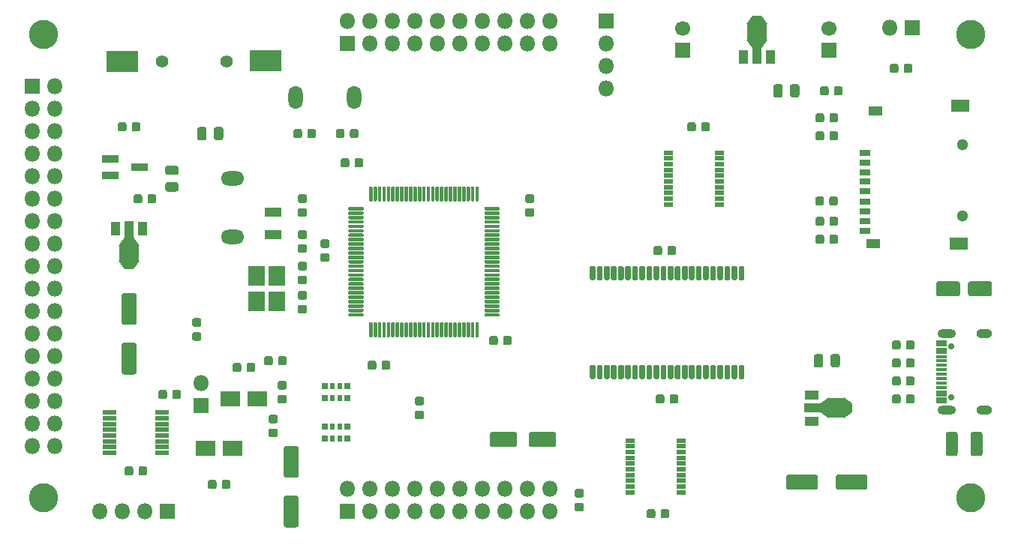
<source format=gbr>
%TF.GenerationSoftware,KiCad,Pcbnew,5.1.5-br-unknown-alt1.rc1*%
%TF.CreationDate,2025-11-25T07:27:36+07:00*%
%TF.ProjectId,ch32v307_100,63683332-7633-4303-975f-3130302e6b69,rev?*%
%TF.SameCoordinates,PX21e9a40PY1d11680*%
%TF.FileFunction,Soldermask,Top*%
%TF.FilePolarity,Negative*%
%FSLAX46Y46*%
G04 Gerber Fmt 4.6, Leading zero omitted, Abs format (unit mm)*
G04 Created by KiCad (PCBNEW 5.1.5-br-unknown-alt1.rc1) date 2025-11-25 07:27:36*
%MOMM*%
%LPD*%
G01*
G04 APERTURE LIST*
%ADD10R,1.600000X0.550000*%
%ADD11R,1.800000X1.800000*%
%ADD12O,1.800000X1.800000*%
%ADD13R,0.740000X0.800000*%
%ADD14R,0.600000X0.800000*%
%ADD15C,3.300000*%
%ADD16R,3.600000X2.350000*%
%ADD17C,1.400000*%
%ADD18R,2.300000X1.700000*%
%ADD19C,1.700000*%
%ADD20R,1.700000X1.700000*%
%ADD21R,1.300000X0.800000*%
%ADD22R,1.600000X1.100000*%
%ADD23R,2.100000X1.400000*%
%ADD24C,1.300000*%
%ADD25O,2.100000X1.000000*%
%ADD26O,1.800000X1.000000*%
%ADD27R,1.260000X0.400000*%
%ADD28C,0.700000*%
%ADD29R,1.260000X0.700000*%
%ADD30O,2.624000X1.624000*%
%ADD31O,1.624000X2.624000*%
%ADD32R,1.100000X0.500000*%
%ADD33R,1.900000X1.100000*%
%ADD34R,1.900000X2.200000*%
%ADD35C,0.100000*%
%ADD36R,1.940000X2.300000*%
%ADD37R,2.300000X1.940000*%
%ADD38R,1.100000X1.600000*%
%ADD39R,1.100000X1.900000*%
%ADD40R,1.900000X0.900000*%
G04 APERTURE END LIST*
%TO.C,U3*%
G36*
G01*
X37957000Y-23310000D02*
X37957000Y-23110000D01*
G75*
G02*
X38057000Y-23010000I100000J0D01*
G01*
X39557000Y-23010000D01*
G75*
G02*
X39657000Y-23110000I0J-100000D01*
G01*
X39657000Y-23310000D01*
G75*
G02*
X39557000Y-23410000I-100000J0D01*
G01*
X38057000Y-23410000D01*
G75*
G02*
X37957000Y-23310000I0J100000D01*
G01*
G37*
G36*
G01*
X37957000Y-23810000D02*
X37957000Y-23610000D01*
G75*
G02*
X38057000Y-23510000I100000J0D01*
G01*
X39557000Y-23510000D01*
G75*
G02*
X39657000Y-23610000I0J-100000D01*
G01*
X39657000Y-23810000D01*
G75*
G02*
X39557000Y-23910000I-100000J0D01*
G01*
X38057000Y-23910000D01*
G75*
G02*
X37957000Y-23810000I0J100000D01*
G01*
G37*
G36*
G01*
X37957000Y-24310000D02*
X37957000Y-24110000D01*
G75*
G02*
X38057000Y-24010000I100000J0D01*
G01*
X39557000Y-24010000D01*
G75*
G02*
X39657000Y-24110000I0J-100000D01*
G01*
X39657000Y-24310000D01*
G75*
G02*
X39557000Y-24410000I-100000J0D01*
G01*
X38057000Y-24410000D01*
G75*
G02*
X37957000Y-24310000I0J100000D01*
G01*
G37*
G36*
G01*
X37957000Y-24810000D02*
X37957000Y-24610000D01*
G75*
G02*
X38057000Y-24510000I100000J0D01*
G01*
X39557000Y-24510000D01*
G75*
G02*
X39657000Y-24610000I0J-100000D01*
G01*
X39657000Y-24810000D01*
G75*
G02*
X39557000Y-24910000I-100000J0D01*
G01*
X38057000Y-24910000D01*
G75*
G02*
X37957000Y-24810000I0J100000D01*
G01*
G37*
G36*
G01*
X37957000Y-25310000D02*
X37957000Y-25110000D01*
G75*
G02*
X38057000Y-25010000I100000J0D01*
G01*
X39557000Y-25010000D01*
G75*
G02*
X39657000Y-25110000I0J-100000D01*
G01*
X39657000Y-25310000D01*
G75*
G02*
X39557000Y-25410000I-100000J0D01*
G01*
X38057000Y-25410000D01*
G75*
G02*
X37957000Y-25310000I0J100000D01*
G01*
G37*
G36*
G01*
X37957000Y-25810000D02*
X37957000Y-25610000D01*
G75*
G02*
X38057000Y-25510000I100000J0D01*
G01*
X39557000Y-25510000D01*
G75*
G02*
X39657000Y-25610000I0J-100000D01*
G01*
X39657000Y-25810000D01*
G75*
G02*
X39557000Y-25910000I-100000J0D01*
G01*
X38057000Y-25910000D01*
G75*
G02*
X37957000Y-25810000I0J100000D01*
G01*
G37*
G36*
G01*
X37957000Y-26310000D02*
X37957000Y-26110000D01*
G75*
G02*
X38057000Y-26010000I100000J0D01*
G01*
X39557000Y-26010000D01*
G75*
G02*
X39657000Y-26110000I0J-100000D01*
G01*
X39657000Y-26310000D01*
G75*
G02*
X39557000Y-26410000I-100000J0D01*
G01*
X38057000Y-26410000D01*
G75*
G02*
X37957000Y-26310000I0J100000D01*
G01*
G37*
G36*
G01*
X37957000Y-26810000D02*
X37957000Y-26610000D01*
G75*
G02*
X38057000Y-26510000I100000J0D01*
G01*
X39557000Y-26510000D01*
G75*
G02*
X39657000Y-26610000I0J-100000D01*
G01*
X39657000Y-26810000D01*
G75*
G02*
X39557000Y-26910000I-100000J0D01*
G01*
X38057000Y-26910000D01*
G75*
G02*
X37957000Y-26810000I0J100000D01*
G01*
G37*
G36*
G01*
X37957000Y-27310000D02*
X37957000Y-27110000D01*
G75*
G02*
X38057000Y-27010000I100000J0D01*
G01*
X39557000Y-27010000D01*
G75*
G02*
X39657000Y-27110000I0J-100000D01*
G01*
X39657000Y-27310000D01*
G75*
G02*
X39557000Y-27410000I-100000J0D01*
G01*
X38057000Y-27410000D01*
G75*
G02*
X37957000Y-27310000I0J100000D01*
G01*
G37*
G36*
G01*
X37957000Y-27810000D02*
X37957000Y-27610000D01*
G75*
G02*
X38057000Y-27510000I100000J0D01*
G01*
X39557000Y-27510000D01*
G75*
G02*
X39657000Y-27610000I0J-100000D01*
G01*
X39657000Y-27810000D01*
G75*
G02*
X39557000Y-27910000I-100000J0D01*
G01*
X38057000Y-27910000D01*
G75*
G02*
X37957000Y-27810000I0J100000D01*
G01*
G37*
G36*
G01*
X37957000Y-28310000D02*
X37957000Y-28110000D01*
G75*
G02*
X38057000Y-28010000I100000J0D01*
G01*
X39557000Y-28010000D01*
G75*
G02*
X39657000Y-28110000I0J-100000D01*
G01*
X39657000Y-28310000D01*
G75*
G02*
X39557000Y-28410000I-100000J0D01*
G01*
X38057000Y-28410000D01*
G75*
G02*
X37957000Y-28310000I0J100000D01*
G01*
G37*
G36*
G01*
X37957000Y-28810000D02*
X37957000Y-28610000D01*
G75*
G02*
X38057000Y-28510000I100000J0D01*
G01*
X39557000Y-28510000D01*
G75*
G02*
X39657000Y-28610000I0J-100000D01*
G01*
X39657000Y-28810000D01*
G75*
G02*
X39557000Y-28910000I-100000J0D01*
G01*
X38057000Y-28910000D01*
G75*
G02*
X37957000Y-28810000I0J100000D01*
G01*
G37*
G36*
G01*
X37957000Y-29310000D02*
X37957000Y-29110000D01*
G75*
G02*
X38057000Y-29010000I100000J0D01*
G01*
X39557000Y-29010000D01*
G75*
G02*
X39657000Y-29110000I0J-100000D01*
G01*
X39657000Y-29310000D01*
G75*
G02*
X39557000Y-29410000I-100000J0D01*
G01*
X38057000Y-29410000D01*
G75*
G02*
X37957000Y-29310000I0J100000D01*
G01*
G37*
G36*
G01*
X37957000Y-29810000D02*
X37957000Y-29610000D01*
G75*
G02*
X38057000Y-29510000I100000J0D01*
G01*
X39557000Y-29510000D01*
G75*
G02*
X39657000Y-29610000I0J-100000D01*
G01*
X39657000Y-29810000D01*
G75*
G02*
X39557000Y-29910000I-100000J0D01*
G01*
X38057000Y-29910000D01*
G75*
G02*
X37957000Y-29810000I0J100000D01*
G01*
G37*
G36*
G01*
X37957000Y-30310000D02*
X37957000Y-30110000D01*
G75*
G02*
X38057000Y-30010000I100000J0D01*
G01*
X39557000Y-30010000D01*
G75*
G02*
X39657000Y-30110000I0J-100000D01*
G01*
X39657000Y-30310000D01*
G75*
G02*
X39557000Y-30410000I-100000J0D01*
G01*
X38057000Y-30410000D01*
G75*
G02*
X37957000Y-30310000I0J100000D01*
G01*
G37*
G36*
G01*
X37957000Y-30810000D02*
X37957000Y-30610000D01*
G75*
G02*
X38057000Y-30510000I100000J0D01*
G01*
X39557000Y-30510000D01*
G75*
G02*
X39657000Y-30610000I0J-100000D01*
G01*
X39657000Y-30810000D01*
G75*
G02*
X39557000Y-30910000I-100000J0D01*
G01*
X38057000Y-30910000D01*
G75*
G02*
X37957000Y-30810000I0J100000D01*
G01*
G37*
G36*
G01*
X37957000Y-31310000D02*
X37957000Y-31110000D01*
G75*
G02*
X38057000Y-31010000I100000J0D01*
G01*
X39557000Y-31010000D01*
G75*
G02*
X39657000Y-31110000I0J-100000D01*
G01*
X39657000Y-31310000D01*
G75*
G02*
X39557000Y-31410000I-100000J0D01*
G01*
X38057000Y-31410000D01*
G75*
G02*
X37957000Y-31310000I0J100000D01*
G01*
G37*
G36*
G01*
X37957000Y-31810000D02*
X37957000Y-31610000D01*
G75*
G02*
X38057000Y-31510000I100000J0D01*
G01*
X39557000Y-31510000D01*
G75*
G02*
X39657000Y-31610000I0J-100000D01*
G01*
X39657000Y-31810000D01*
G75*
G02*
X39557000Y-31910000I-100000J0D01*
G01*
X38057000Y-31910000D01*
G75*
G02*
X37957000Y-31810000I0J100000D01*
G01*
G37*
G36*
G01*
X37957000Y-32310000D02*
X37957000Y-32110000D01*
G75*
G02*
X38057000Y-32010000I100000J0D01*
G01*
X39557000Y-32010000D01*
G75*
G02*
X39657000Y-32110000I0J-100000D01*
G01*
X39657000Y-32310000D01*
G75*
G02*
X39557000Y-32410000I-100000J0D01*
G01*
X38057000Y-32410000D01*
G75*
G02*
X37957000Y-32310000I0J100000D01*
G01*
G37*
G36*
G01*
X37957000Y-32810000D02*
X37957000Y-32610000D01*
G75*
G02*
X38057000Y-32510000I100000J0D01*
G01*
X39557000Y-32510000D01*
G75*
G02*
X39657000Y-32610000I0J-100000D01*
G01*
X39657000Y-32810000D01*
G75*
G02*
X39557000Y-32910000I-100000J0D01*
G01*
X38057000Y-32910000D01*
G75*
G02*
X37957000Y-32810000I0J100000D01*
G01*
G37*
G36*
G01*
X37957000Y-33310000D02*
X37957000Y-33110000D01*
G75*
G02*
X38057000Y-33010000I100000J0D01*
G01*
X39557000Y-33010000D01*
G75*
G02*
X39657000Y-33110000I0J-100000D01*
G01*
X39657000Y-33310000D01*
G75*
G02*
X39557000Y-33410000I-100000J0D01*
G01*
X38057000Y-33410000D01*
G75*
G02*
X37957000Y-33310000I0J100000D01*
G01*
G37*
G36*
G01*
X37957000Y-33810000D02*
X37957000Y-33610000D01*
G75*
G02*
X38057000Y-33510000I100000J0D01*
G01*
X39557000Y-33510000D01*
G75*
G02*
X39657000Y-33610000I0J-100000D01*
G01*
X39657000Y-33810000D01*
G75*
G02*
X39557000Y-33910000I-100000J0D01*
G01*
X38057000Y-33910000D01*
G75*
G02*
X37957000Y-33810000I0J100000D01*
G01*
G37*
G36*
G01*
X37957000Y-34310000D02*
X37957000Y-34110000D01*
G75*
G02*
X38057000Y-34010000I100000J0D01*
G01*
X39557000Y-34010000D01*
G75*
G02*
X39657000Y-34110000I0J-100000D01*
G01*
X39657000Y-34310000D01*
G75*
G02*
X39557000Y-34410000I-100000J0D01*
G01*
X38057000Y-34410000D01*
G75*
G02*
X37957000Y-34310000I0J100000D01*
G01*
G37*
G36*
G01*
X37957000Y-34810000D02*
X37957000Y-34610000D01*
G75*
G02*
X38057000Y-34510000I100000J0D01*
G01*
X39557000Y-34510000D01*
G75*
G02*
X39657000Y-34610000I0J-100000D01*
G01*
X39657000Y-34810000D01*
G75*
G02*
X39557000Y-34910000I-100000J0D01*
G01*
X38057000Y-34910000D01*
G75*
G02*
X37957000Y-34810000I0J100000D01*
G01*
G37*
G36*
G01*
X37957000Y-35310000D02*
X37957000Y-35110000D01*
G75*
G02*
X38057000Y-35010000I100000J0D01*
G01*
X39557000Y-35010000D01*
G75*
G02*
X39657000Y-35110000I0J-100000D01*
G01*
X39657000Y-35310000D01*
G75*
G02*
X39557000Y-35410000I-100000J0D01*
G01*
X38057000Y-35410000D01*
G75*
G02*
X37957000Y-35310000I0J100000D01*
G01*
G37*
G36*
G01*
X40282000Y-37635000D02*
X40282000Y-36135000D01*
G75*
G02*
X40382000Y-36035000I100000J0D01*
G01*
X40582000Y-36035000D01*
G75*
G02*
X40682000Y-36135000I0J-100000D01*
G01*
X40682000Y-37635000D01*
G75*
G02*
X40582000Y-37735000I-100000J0D01*
G01*
X40382000Y-37735000D01*
G75*
G02*
X40282000Y-37635000I0J100000D01*
G01*
G37*
G36*
G01*
X40782000Y-37635000D02*
X40782000Y-36135000D01*
G75*
G02*
X40882000Y-36035000I100000J0D01*
G01*
X41082000Y-36035000D01*
G75*
G02*
X41182000Y-36135000I0J-100000D01*
G01*
X41182000Y-37635000D01*
G75*
G02*
X41082000Y-37735000I-100000J0D01*
G01*
X40882000Y-37735000D01*
G75*
G02*
X40782000Y-37635000I0J100000D01*
G01*
G37*
G36*
G01*
X41282000Y-37635000D02*
X41282000Y-36135000D01*
G75*
G02*
X41382000Y-36035000I100000J0D01*
G01*
X41582000Y-36035000D01*
G75*
G02*
X41682000Y-36135000I0J-100000D01*
G01*
X41682000Y-37635000D01*
G75*
G02*
X41582000Y-37735000I-100000J0D01*
G01*
X41382000Y-37735000D01*
G75*
G02*
X41282000Y-37635000I0J100000D01*
G01*
G37*
G36*
G01*
X41782000Y-37635000D02*
X41782000Y-36135000D01*
G75*
G02*
X41882000Y-36035000I100000J0D01*
G01*
X42082000Y-36035000D01*
G75*
G02*
X42182000Y-36135000I0J-100000D01*
G01*
X42182000Y-37635000D01*
G75*
G02*
X42082000Y-37735000I-100000J0D01*
G01*
X41882000Y-37735000D01*
G75*
G02*
X41782000Y-37635000I0J100000D01*
G01*
G37*
G36*
G01*
X42282000Y-37635000D02*
X42282000Y-36135000D01*
G75*
G02*
X42382000Y-36035000I100000J0D01*
G01*
X42582000Y-36035000D01*
G75*
G02*
X42682000Y-36135000I0J-100000D01*
G01*
X42682000Y-37635000D01*
G75*
G02*
X42582000Y-37735000I-100000J0D01*
G01*
X42382000Y-37735000D01*
G75*
G02*
X42282000Y-37635000I0J100000D01*
G01*
G37*
G36*
G01*
X42782000Y-37635000D02*
X42782000Y-36135000D01*
G75*
G02*
X42882000Y-36035000I100000J0D01*
G01*
X43082000Y-36035000D01*
G75*
G02*
X43182000Y-36135000I0J-100000D01*
G01*
X43182000Y-37635000D01*
G75*
G02*
X43082000Y-37735000I-100000J0D01*
G01*
X42882000Y-37735000D01*
G75*
G02*
X42782000Y-37635000I0J100000D01*
G01*
G37*
G36*
G01*
X43282000Y-37635000D02*
X43282000Y-36135000D01*
G75*
G02*
X43382000Y-36035000I100000J0D01*
G01*
X43582000Y-36035000D01*
G75*
G02*
X43682000Y-36135000I0J-100000D01*
G01*
X43682000Y-37635000D01*
G75*
G02*
X43582000Y-37735000I-100000J0D01*
G01*
X43382000Y-37735000D01*
G75*
G02*
X43282000Y-37635000I0J100000D01*
G01*
G37*
G36*
G01*
X43782000Y-37635000D02*
X43782000Y-36135000D01*
G75*
G02*
X43882000Y-36035000I100000J0D01*
G01*
X44082000Y-36035000D01*
G75*
G02*
X44182000Y-36135000I0J-100000D01*
G01*
X44182000Y-37635000D01*
G75*
G02*
X44082000Y-37735000I-100000J0D01*
G01*
X43882000Y-37735000D01*
G75*
G02*
X43782000Y-37635000I0J100000D01*
G01*
G37*
G36*
G01*
X44282000Y-37635000D02*
X44282000Y-36135000D01*
G75*
G02*
X44382000Y-36035000I100000J0D01*
G01*
X44582000Y-36035000D01*
G75*
G02*
X44682000Y-36135000I0J-100000D01*
G01*
X44682000Y-37635000D01*
G75*
G02*
X44582000Y-37735000I-100000J0D01*
G01*
X44382000Y-37735000D01*
G75*
G02*
X44282000Y-37635000I0J100000D01*
G01*
G37*
G36*
G01*
X44782000Y-37635000D02*
X44782000Y-36135000D01*
G75*
G02*
X44882000Y-36035000I100000J0D01*
G01*
X45082000Y-36035000D01*
G75*
G02*
X45182000Y-36135000I0J-100000D01*
G01*
X45182000Y-37635000D01*
G75*
G02*
X45082000Y-37735000I-100000J0D01*
G01*
X44882000Y-37735000D01*
G75*
G02*
X44782000Y-37635000I0J100000D01*
G01*
G37*
G36*
G01*
X45282000Y-37635000D02*
X45282000Y-36135000D01*
G75*
G02*
X45382000Y-36035000I100000J0D01*
G01*
X45582000Y-36035000D01*
G75*
G02*
X45682000Y-36135000I0J-100000D01*
G01*
X45682000Y-37635000D01*
G75*
G02*
X45582000Y-37735000I-100000J0D01*
G01*
X45382000Y-37735000D01*
G75*
G02*
X45282000Y-37635000I0J100000D01*
G01*
G37*
G36*
G01*
X45782000Y-37635000D02*
X45782000Y-36135000D01*
G75*
G02*
X45882000Y-36035000I100000J0D01*
G01*
X46082000Y-36035000D01*
G75*
G02*
X46182000Y-36135000I0J-100000D01*
G01*
X46182000Y-37635000D01*
G75*
G02*
X46082000Y-37735000I-100000J0D01*
G01*
X45882000Y-37735000D01*
G75*
G02*
X45782000Y-37635000I0J100000D01*
G01*
G37*
G36*
G01*
X46282000Y-37635000D02*
X46282000Y-36135000D01*
G75*
G02*
X46382000Y-36035000I100000J0D01*
G01*
X46582000Y-36035000D01*
G75*
G02*
X46682000Y-36135000I0J-100000D01*
G01*
X46682000Y-37635000D01*
G75*
G02*
X46582000Y-37735000I-100000J0D01*
G01*
X46382000Y-37735000D01*
G75*
G02*
X46282000Y-37635000I0J100000D01*
G01*
G37*
G36*
G01*
X46782000Y-37635000D02*
X46782000Y-36135000D01*
G75*
G02*
X46882000Y-36035000I100000J0D01*
G01*
X47082000Y-36035000D01*
G75*
G02*
X47182000Y-36135000I0J-100000D01*
G01*
X47182000Y-37635000D01*
G75*
G02*
X47082000Y-37735000I-100000J0D01*
G01*
X46882000Y-37735000D01*
G75*
G02*
X46782000Y-37635000I0J100000D01*
G01*
G37*
G36*
G01*
X47282000Y-37635000D02*
X47282000Y-36135000D01*
G75*
G02*
X47382000Y-36035000I100000J0D01*
G01*
X47582000Y-36035000D01*
G75*
G02*
X47682000Y-36135000I0J-100000D01*
G01*
X47682000Y-37635000D01*
G75*
G02*
X47582000Y-37735000I-100000J0D01*
G01*
X47382000Y-37735000D01*
G75*
G02*
X47282000Y-37635000I0J100000D01*
G01*
G37*
G36*
G01*
X47782000Y-37635000D02*
X47782000Y-36135000D01*
G75*
G02*
X47882000Y-36035000I100000J0D01*
G01*
X48082000Y-36035000D01*
G75*
G02*
X48182000Y-36135000I0J-100000D01*
G01*
X48182000Y-37635000D01*
G75*
G02*
X48082000Y-37735000I-100000J0D01*
G01*
X47882000Y-37735000D01*
G75*
G02*
X47782000Y-37635000I0J100000D01*
G01*
G37*
G36*
G01*
X48282000Y-37635000D02*
X48282000Y-36135000D01*
G75*
G02*
X48382000Y-36035000I100000J0D01*
G01*
X48582000Y-36035000D01*
G75*
G02*
X48682000Y-36135000I0J-100000D01*
G01*
X48682000Y-37635000D01*
G75*
G02*
X48582000Y-37735000I-100000J0D01*
G01*
X48382000Y-37735000D01*
G75*
G02*
X48282000Y-37635000I0J100000D01*
G01*
G37*
G36*
G01*
X48782000Y-37635000D02*
X48782000Y-36135000D01*
G75*
G02*
X48882000Y-36035000I100000J0D01*
G01*
X49082000Y-36035000D01*
G75*
G02*
X49182000Y-36135000I0J-100000D01*
G01*
X49182000Y-37635000D01*
G75*
G02*
X49082000Y-37735000I-100000J0D01*
G01*
X48882000Y-37735000D01*
G75*
G02*
X48782000Y-37635000I0J100000D01*
G01*
G37*
G36*
G01*
X49282000Y-37635000D02*
X49282000Y-36135000D01*
G75*
G02*
X49382000Y-36035000I100000J0D01*
G01*
X49582000Y-36035000D01*
G75*
G02*
X49682000Y-36135000I0J-100000D01*
G01*
X49682000Y-37635000D01*
G75*
G02*
X49582000Y-37735000I-100000J0D01*
G01*
X49382000Y-37735000D01*
G75*
G02*
X49282000Y-37635000I0J100000D01*
G01*
G37*
G36*
G01*
X49782000Y-37635000D02*
X49782000Y-36135000D01*
G75*
G02*
X49882000Y-36035000I100000J0D01*
G01*
X50082000Y-36035000D01*
G75*
G02*
X50182000Y-36135000I0J-100000D01*
G01*
X50182000Y-37635000D01*
G75*
G02*
X50082000Y-37735000I-100000J0D01*
G01*
X49882000Y-37735000D01*
G75*
G02*
X49782000Y-37635000I0J100000D01*
G01*
G37*
G36*
G01*
X50282000Y-37635000D02*
X50282000Y-36135000D01*
G75*
G02*
X50382000Y-36035000I100000J0D01*
G01*
X50582000Y-36035000D01*
G75*
G02*
X50682000Y-36135000I0J-100000D01*
G01*
X50682000Y-37635000D01*
G75*
G02*
X50582000Y-37735000I-100000J0D01*
G01*
X50382000Y-37735000D01*
G75*
G02*
X50282000Y-37635000I0J100000D01*
G01*
G37*
G36*
G01*
X50782000Y-37635000D02*
X50782000Y-36135000D01*
G75*
G02*
X50882000Y-36035000I100000J0D01*
G01*
X51082000Y-36035000D01*
G75*
G02*
X51182000Y-36135000I0J-100000D01*
G01*
X51182000Y-37635000D01*
G75*
G02*
X51082000Y-37735000I-100000J0D01*
G01*
X50882000Y-37735000D01*
G75*
G02*
X50782000Y-37635000I0J100000D01*
G01*
G37*
G36*
G01*
X51282000Y-37635000D02*
X51282000Y-36135000D01*
G75*
G02*
X51382000Y-36035000I100000J0D01*
G01*
X51582000Y-36035000D01*
G75*
G02*
X51682000Y-36135000I0J-100000D01*
G01*
X51682000Y-37635000D01*
G75*
G02*
X51582000Y-37735000I-100000J0D01*
G01*
X51382000Y-37735000D01*
G75*
G02*
X51282000Y-37635000I0J100000D01*
G01*
G37*
G36*
G01*
X51782000Y-37635000D02*
X51782000Y-36135000D01*
G75*
G02*
X51882000Y-36035000I100000J0D01*
G01*
X52082000Y-36035000D01*
G75*
G02*
X52182000Y-36135000I0J-100000D01*
G01*
X52182000Y-37635000D01*
G75*
G02*
X52082000Y-37735000I-100000J0D01*
G01*
X51882000Y-37735000D01*
G75*
G02*
X51782000Y-37635000I0J100000D01*
G01*
G37*
G36*
G01*
X52282000Y-37635000D02*
X52282000Y-36135000D01*
G75*
G02*
X52382000Y-36035000I100000J0D01*
G01*
X52582000Y-36035000D01*
G75*
G02*
X52682000Y-36135000I0J-100000D01*
G01*
X52682000Y-37635000D01*
G75*
G02*
X52582000Y-37735000I-100000J0D01*
G01*
X52382000Y-37735000D01*
G75*
G02*
X52282000Y-37635000I0J100000D01*
G01*
G37*
G36*
G01*
X53307000Y-35310000D02*
X53307000Y-35110000D01*
G75*
G02*
X53407000Y-35010000I100000J0D01*
G01*
X54907000Y-35010000D01*
G75*
G02*
X55007000Y-35110000I0J-100000D01*
G01*
X55007000Y-35310000D01*
G75*
G02*
X54907000Y-35410000I-100000J0D01*
G01*
X53407000Y-35410000D01*
G75*
G02*
X53307000Y-35310000I0J100000D01*
G01*
G37*
G36*
G01*
X53307000Y-34810000D02*
X53307000Y-34610000D01*
G75*
G02*
X53407000Y-34510000I100000J0D01*
G01*
X54907000Y-34510000D01*
G75*
G02*
X55007000Y-34610000I0J-100000D01*
G01*
X55007000Y-34810000D01*
G75*
G02*
X54907000Y-34910000I-100000J0D01*
G01*
X53407000Y-34910000D01*
G75*
G02*
X53307000Y-34810000I0J100000D01*
G01*
G37*
G36*
G01*
X53307000Y-34310000D02*
X53307000Y-34110000D01*
G75*
G02*
X53407000Y-34010000I100000J0D01*
G01*
X54907000Y-34010000D01*
G75*
G02*
X55007000Y-34110000I0J-100000D01*
G01*
X55007000Y-34310000D01*
G75*
G02*
X54907000Y-34410000I-100000J0D01*
G01*
X53407000Y-34410000D01*
G75*
G02*
X53307000Y-34310000I0J100000D01*
G01*
G37*
G36*
G01*
X53307000Y-33810000D02*
X53307000Y-33610000D01*
G75*
G02*
X53407000Y-33510000I100000J0D01*
G01*
X54907000Y-33510000D01*
G75*
G02*
X55007000Y-33610000I0J-100000D01*
G01*
X55007000Y-33810000D01*
G75*
G02*
X54907000Y-33910000I-100000J0D01*
G01*
X53407000Y-33910000D01*
G75*
G02*
X53307000Y-33810000I0J100000D01*
G01*
G37*
G36*
G01*
X53307000Y-33310000D02*
X53307000Y-33110000D01*
G75*
G02*
X53407000Y-33010000I100000J0D01*
G01*
X54907000Y-33010000D01*
G75*
G02*
X55007000Y-33110000I0J-100000D01*
G01*
X55007000Y-33310000D01*
G75*
G02*
X54907000Y-33410000I-100000J0D01*
G01*
X53407000Y-33410000D01*
G75*
G02*
X53307000Y-33310000I0J100000D01*
G01*
G37*
G36*
G01*
X53307000Y-32810000D02*
X53307000Y-32610000D01*
G75*
G02*
X53407000Y-32510000I100000J0D01*
G01*
X54907000Y-32510000D01*
G75*
G02*
X55007000Y-32610000I0J-100000D01*
G01*
X55007000Y-32810000D01*
G75*
G02*
X54907000Y-32910000I-100000J0D01*
G01*
X53407000Y-32910000D01*
G75*
G02*
X53307000Y-32810000I0J100000D01*
G01*
G37*
G36*
G01*
X53307000Y-32310000D02*
X53307000Y-32110000D01*
G75*
G02*
X53407000Y-32010000I100000J0D01*
G01*
X54907000Y-32010000D01*
G75*
G02*
X55007000Y-32110000I0J-100000D01*
G01*
X55007000Y-32310000D01*
G75*
G02*
X54907000Y-32410000I-100000J0D01*
G01*
X53407000Y-32410000D01*
G75*
G02*
X53307000Y-32310000I0J100000D01*
G01*
G37*
G36*
G01*
X53307000Y-31810000D02*
X53307000Y-31610000D01*
G75*
G02*
X53407000Y-31510000I100000J0D01*
G01*
X54907000Y-31510000D01*
G75*
G02*
X55007000Y-31610000I0J-100000D01*
G01*
X55007000Y-31810000D01*
G75*
G02*
X54907000Y-31910000I-100000J0D01*
G01*
X53407000Y-31910000D01*
G75*
G02*
X53307000Y-31810000I0J100000D01*
G01*
G37*
G36*
G01*
X53307000Y-31310000D02*
X53307000Y-31110000D01*
G75*
G02*
X53407000Y-31010000I100000J0D01*
G01*
X54907000Y-31010000D01*
G75*
G02*
X55007000Y-31110000I0J-100000D01*
G01*
X55007000Y-31310000D01*
G75*
G02*
X54907000Y-31410000I-100000J0D01*
G01*
X53407000Y-31410000D01*
G75*
G02*
X53307000Y-31310000I0J100000D01*
G01*
G37*
G36*
G01*
X53307000Y-30810000D02*
X53307000Y-30610000D01*
G75*
G02*
X53407000Y-30510000I100000J0D01*
G01*
X54907000Y-30510000D01*
G75*
G02*
X55007000Y-30610000I0J-100000D01*
G01*
X55007000Y-30810000D01*
G75*
G02*
X54907000Y-30910000I-100000J0D01*
G01*
X53407000Y-30910000D01*
G75*
G02*
X53307000Y-30810000I0J100000D01*
G01*
G37*
G36*
G01*
X53307000Y-30310000D02*
X53307000Y-30110000D01*
G75*
G02*
X53407000Y-30010000I100000J0D01*
G01*
X54907000Y-30010000D01*
G75*
G02*
X55007000Y-30110000I0J-100000D01*
G01*
X55007000Y-30310000D01*
G75*
G02*
X54907000Y-30410000I-100000J0D01*
G01*
X53407000Y-30410000D01*
G75*
G02*
X53307000Y-30310000I0J100000D01*
G01*
G37*
G36*
G01*
X53307000Y-29810000D02*
X53307000Y-29610000D01*
G75*
G02*
X53407000Y-29510000I100000J0D01*
G01*
X54907000Y-29510000D01*
G75*
G02*
X55007000Y-29610000I0J-100000D01*
G01*
X55007000Y-29810000D01*
G75*
G02*
X54907000Y-29910000I-100000J0D01*
G01*
X53407000Y-29910000D01*
G75*
G02*
X53307000Y-29810000I0J100000D01*
G01*
G37*
G36*
G01*
X53307000Y-29310000D02*
X53307000Y-29110000D01*
G75*
G02*
X53407000Y-29010000I100000J0D01*
G01*
X54907000Y-29010000D01*
G75*
G02*
X55007000Y-29110000I0J-100000D01*
G01*
X55007000Y-29310000D01*
G75*
G02*
X54907000Y-29410000I-100000J0D01*
G01*
X53407000Y-29410000D01*
G75*
G02*
X53307000Y-29310000I0J100000D01*
G01*
G37*
G36*
G01*
X53307000Y-28810000D02*
X53307000Y-28610000D01*
G75*
G02*
X53407000Y-28510000I100000J0D01*
G01*
X54907000Y-28510000D01*
G75*
G02*
X55007000Y-28610000I0J-100000D01*
G01*
X55007000Y-28810000D01*
G75*
G02*
X54907000Y-28910000I-100000J0D01*
G01*
X53407000Y-28910000D01*
G75*
G02*
X53307000Y-28810000I0J100000D01*
G01*
G37*
G36*
G01*
X53307000Y-28310000D02*
X53307000Y-28110000D01*
G75*
G02*
X53407000Y-28010000I100000J0D01*
G01*
X54907000Y-28010000D01*
G75*
G02*
X55007000Y-28110000I0J-100000D01*
G01*
X55007000Y-28310000D01*
G75*
G02*
X54907000Y-28410000I-100000J0D01*
G01*
X53407000Y-28410000D01*
G75*
G02*
X53307000Y-28310000I0J100000D01*
G01*
G37*
G36*
G01*
X53307000Y-27810000D02*
X53307000Y-27610000D01*
G75*
G02*
X53407000Y-27510000I100000J0D01*
G01*
X54907000Y-27510000D01*
G75*
G02*
X55007000Y-27610000I0J-100000D01*
G01*
X55007000Y-27810000D01*
G75*
G02*
X54907000Y-27910000I-100000J0D01*
G01*
X53407000Y-27910000D01*
G75*
G02*
X53307000Y-27810000I0J100000D01*
G01*
G37*
G36*
G01*
X53307000Y-27310000D02*
X53307000Y-27110000D01*
G75*
G02*
X53407000Y-27010000I100000J0D01*
G01*
X54907000Y-27010000D01*
G75*
G02*
X55007000Y-27110000I0J-100000D01*
G01*
X55007000Y-27310000D01*
G75*
G02*
X54907000Y-27410000I-100000J0D01*
G01*
X53407000Y-27410000D01*
G75*
G02*
X53307000Y-27310000I0J100000D01*
G01*
G37*
G36*
G01*
X53307000Y-26810000D02*
X53307000Y-26610000D01*
G75*
G02*
X53407000Y-26510000I100000J0D01*
G01*
X54907000Y-26510000D01*
G75*
G02*
X55007000Y-26610000I0J-100000D01*
G01*
X55007000Y-26810000D01*
G75*
G02*
X54907000Y-26910000I-100000J0D01*
G01*
X53407000Y-26910000D01*
G75*
G02*
X53307000Y-26810000I0J100000D01*
G01*
G37*
G36*
G01*
X53307000Y-26310000D02*
X53307000Y-26110000D01*
G75*
G02*
X53407000Y-26010000I100000J0D01*
G01*
X54907000Y-26010000D01*
G75*
G02*
X55007000Y-26110000I0J-100000D01*
G01*
X55007000Y-26310000D01*
G75*
G02*
X54907000Y-26410000I-100000J0D01*
G01*
X53407000Y-26410000D01*
G75*
G02*
X53307000Y-26310000I0J100000D01*
G01*
G37*
G36*
G01*
X53307000Y-25810000D02*
X53307000Y-25610000D01*
G75*
G02*
X53407000Y-25510000I100000J0D01*
G01*
X54907000Y-25510000D01*
G75*
G02*
X55007000Y-25610000I0J-100000D01*
G01*
X55007000Y-25810000D01*
G75*
G02*
X54907000Y-25910000I-100000J0D01*
G01*
X53407000Y-25910000D01*
G75*
G02*
X53307000Y-25810000I0J100000D01*
G01*
G37*
G36*
G01*
X53307000Y-25310000D02*
X53307000Y-25110000D01*
G75*
G02*
X53407000Y-25010000I100000J0D01*
G01*
X54907000Y-25010000D01*
G75*
G02*
X55007000Y-25110000I0J-100000D01*
G01*
X55007000Y-25310000D01*
G75*
G02*
X54907000Y-25410000I-100000J0D01*
G01*
X53407000Y-25410000D01*
G75*
G02*
X53307000Y-25310000I0J100000D01*
G01*
G37*
G36*
G01*
X53307000Y-24810000D02*
X53307000Y-24610000D01*
G75*
G02*
X53407000Y-24510000I100000J0D01*
G01*
X54907000Y-24510000D01*
G75*
G02*
X55007000Y-24610000I0J-100000D01*
G01*
X55007000Y-24810000D01*
G75*
G02*
X54907000Y-24910000I-100000J0D01*
G01*
X53407000Y-24910000D01*
G75*
G02*
X53307000Y-24810000I0J100000D01*
G01*
G37*
G36*
G01*
X53307000Y-24310000D02*
X53307000Y-24110000D01*
G75*
G02*
X53407000Y-24010000I100000J0D01*
G01*
X54907000Y-24010000D01*
G75*
G02*
X55007000Y-24110000I0J-100000D01*
G01*
X55007000Y-24310000D01*
G75*
G02*
X54907000Y-24410000I-100000J0D01*
G01*
X53407000Y-24410000D01*
G75*
G02*
X53307000Y-24310000I0J100000D01*
G01*
G37*
G36*
G01*
X53307000Y-23810000D02*
X53307000Y-23610000D01*
G75*
G02*
X53407000Y-23510000I100000J0D01*
G01*
X54907000Y-23510000D01*
G75*
G02*
X55007000Y-23610000I0J-100000D01*
G01*
X55007000Y-23810000D01*
G75*
G02*
X54907000Y-23910000I-100000J0D01*
G01*
X53407000Y-23910000D01*
G75*
G02*
X53307000Y-23810000I0J100000D01*
G01*
G37*
G36*
G01*
X53307000Y-23310000D02*
X53307000Y-23110000D01*
G75*
G02*
X53407000Y-23010000I100000J0D01*
G01*
X54907000Y-23010000D01*
G75*
G02*
X55007000Y-23110000I0J-100000D01*
G01*
X55007000Y-23310000D01*
G75*
G02*
X54907000Y-23410000I-100000J0D01*
G01*
X53407000Y-23410000D01*
G75*
G02*
X53307000Y-23310000I0J100000D01*
G01*
G37*
G36*
G01*
X52282000Y-22285000D02*
X52282000Y-20785000D01*
G75*
G02*
X52382000Y-20685000I100000J0D01*
G01*
X52582000Y-20685000D01*
G75*
G02*
X52682000Y-20785000I0J-100000D01*
G01*
X52682000Y-22285000D01*
G75*
G02*
X52582000Y-22385000I-100000J0D01*
G01*
X52382000Y-22385000D01*
G75*
G02*
X52282000Y-22285000I0J100000D01*
G01*
G37*
G36*
G01*
X51782000Y-22285000D02*
X51782000Y-20785000D01*
G75*
G02*
X51882000Y-20685000I100000J0D01*
G01*
X52082000Y-20685000D01*
G75*
G02*
X52182000Y-20785000I0J-100000D01*
G01*
X52182000Y-22285000D01*
G75*
G02*
X52082000Y-22385000I-100000J0D01*
G01*
X51882000Y-22385000D01*
G75*
G02*
X51782000Y-22285000I0J100000D01*
G01*
G37*
G36*
G01*
X51282000Y-22285000D02*
X51282000Y-20785000D01*
G75*
G02*
X51382000Y-20685000I100000J0D01*
G01*
X51582000Y-20685000D01*
G75*
G02*
X51682000Y-20785000I0J-100000D01*
G01*
X51682000Y-22285000D01*
G75*
G02*
X51582000Y-22385000I-100000J0D01*
G01*
X51382000Y-22385000D01*
G75*
G02*
X51282000Y-22285000I0J100000D01*
G01*
G37*
G36*
G01*
X50782000Y-22285000D02*
X50782000Y-20785000D01*
G75*
G02*
X50882000Y-20685000I100000J0D01*
G01*
X51082000Y-20685000D01*
G75*
G02*
X51182000Y-20785000I0J-100000D01*
G01*
X51182000Y-22285000D01*
G75*
G02*
X51082000Y-22385000I-100000J0D01*
G01*
X50882000Y-22385000D01*
G75*
G02*
X50782000Y-22285000I0J100000D01*
G01*
G37*
G36*
G01*
X50282000Y-22285000D02*
X50282000Y-20785000D01*
G75*
G02*
X50382000Y-20685000I100000J0D01*
G01*
X50582000Y-20685000D01*
G75*
G02*
X50682000Y-20785000I0J-100000D01*
G01*
X50682000Y-22285000D01*
G75*
G02*
X50582000Y-22385000I-100000J0D01*
G01*
X50382000Y-22385000D01*
G75*
G02*
X50282000Y-22285000I0J100000D01*
G01*
G37*
G36*
G01*
X49782000Y-22285000D02*
X49782000Y-20785000D01*
G75*
G02*
X49882000Y-20685000I100000J0D01*
G01*
X50082000Y-20685000D01*
G75*
G02*
X50182000Y-20785000I0J-100000D01*
G01*
X50182000Y-22285000D01*
G75*
G02*
X50082000Y-22385000I-100000J0D01*
G01*
X49882000Y-22385000D01*
G75*
G02*
X49782000Y-22285000I0J100000D01*
G01*
G37*
G36*
G01*
X49282000Y-22285000D02*
X49282000Y-20785000D01*
G75*
G02*
X49382000Y-20685000I100000J0D01*
G01*
X49582000Y-20685000D01*
G75*
G02*
X49682000Y-20785000I0J-100000D01*
G01*
X49682000Y-22285000D01*
G75*
G02*
X49582000Y-22385000I-100000J0D01*
G01*
X49382000Y-22385000D01*
G75*
G02*
X49282000Y-22285000I0J100000D01*
G01*
G37*
G36*
G01*
X48782000Y-22285000D02*
X48782000Y-20785000D01*
G75*
G02*
X48882000Y-20685000I100000J0D01*
G01*
X49082000Y-20685000D01*
G75*
G02*
X49182000Y-20785000I0J-100000D01*
G01*
X49182000Y-22285000D01*
G75*
G02*
X49082000Y-22385000I-100000J0D01*
G01*
X48882000Y-22385000D01*
G75*
G02*
X48782000Y-22285000I0J100000D01*
G01*
G37*
G36*
G01*
X48282000Y-22285000D02*
X48282000Y-20785000D01*
G75*
G02*
X48382000Y-20685000I100000J0D01*
G01*
X48582000Y-20685000D01*
G75*
G02*
X48682000Y-20785000I0J-100000D01*
G01*
X48682000Y-22285000D01*
G75*
G02*
X48582000Y-22385000I-100000J0D01*
G01*
X48382000Y-22385000D01*
G75*
G02*
X48282000Y-22285000I0J100000D01*
G01*
G37*
G36*
G01*
X47782000Y-22285000D02*
X47782000Y-20785000D01*
G75*
G02*
X47882000Y-20685000I100000J0D01*
G01*
X48082000Y-20685000D01*
G75*
G02*
X48182000Y-20785000I0J-100000D01*
G01*
X48182000Y-22285000D01*
G75*
G02*
X48082000Y-22385000I-100000J0D01*
G01*
X47882000Y-22385000D01*
G75*
G02*
X47782000Y-22285000I0J100000D01*
G01*
G37*
G36*
G01*
X47282000Y-22285000D02*
X47282000Y-20785000D01*
G75*
G02*
X47382000Y-20685000I100000J0D01*
G01*
X47582000Y-20685000D01*
G75*
G02*
X47682000Y-20785000I0J-100000D01*
G01*
X47682000Y-22285000D01*
G75*
G02*
X47582000Y-22385000I-100000J0D01*
G01*
X47382000Y-22385000D01*
G75*
G02*
X47282000Y-22285000I0J100000D01*
G01*
G37*
G36*
G01*
X46782000Y-22285000D02*
X46782000Y-20785000D01*
G75*
G02*
X46882000Y-20685000I100000J0D01*
G01*
X47082000Y-20685000D01*
G75*
G02*
X47182000Y-20785000I0J-100000D01*
G01*
X47182000Y-22285000D01*
G75*
G02*
X47082000Y-22385000I-100000J0D01*
G01*
X46882000Y-22385000D01*
G75*
G02*
X46782000Y-22285000I0J100000D01*
G01*
G37*
G36*
G01*
X46282000Y-22285000D02*
X46282000Y-20785000D01*
G75*
G02*
X46382000Y-20685000I100000J0D01*
G01*
X46582000Y-20685000D01*
G75*
G02*
X46682000Y-20785000I0J-100000D01*
G01*
X46682000Y-22285000D01*
G75*
G02*
X46582000Y-22385000I-100000J0D01*
G01*
X46382000Y-22385000D01*
G75*
G02*
X46282000Y-22285000I0J100000D01*
G01*
G37*
G36*
G01*
X45782000Y-22285000D02*
X45782000Y-20785000D01*
G75*
G02*
X45882000Y-20685000I100000J0D01*
G01*
X46082000Y-20685000D01*
G75*
G02*
X46182000Y-20785000I0J-100000D01*
G01*
X46182000Y-22285000D01*
G75*
G02*
X46082000Y-22385000I-100000J0D01*
G01*
X45882000Y-22385000D01*
G75*
G02*
X45782000Y-22285000I0J100000D01*
G01*
G37*
G36*
G01*
X45282000Y-22285000D02*
X45282000Y-20785000D01*
G75*
G02*
X45382000Y-20685000I100000J0D01*
G01*
X45582000Y-20685000D01*
G75*
G02*
X45682000Y-20785000I0J-100000D01*
G01*
X45682000Y-22285000D01*
G75*
G02*
X45582000Y-22385000I-100000J0D01*
G01*
X45382000Y-22385000D01*
G75*
G02*
X45282000Y-22285000I0J100000D01*
G01*
G37*
G36*
G01*
X44782000Y-22285000D02*
X44782000Y-20785000D01*
G75*
G02*
X44882000Y-20685000I100000J0D01*
G01*
X45082000Y-20685000D01*
G75*
G02*
X45182000Y-20785000I0J-100000D01*
G01*
X45182000Y-22285000D01*
G75*
G02*
X45082000Y-22385000I-100000J0D01*
G01*
X44882000Y-22385000D01*
G75*
G02*
X44782000Y-22285000I0J100000D01*
G01*
G37*
G36*
G01*
X44282000Y-22285000D02*
X44282000Y-20785000D01*
G75*
G02*
X44382000Y-20685000I100000J0D01*
G01*
X44582000Y-20685000D01*
G75*
G02*
X44682000Y-20785000I0J-100000D01*
G01*
X44682000Y-22285000D01*
G75*
G02*
X44582000Y-22385000I-100000J0D01*
G01*
X44382000Y-22385000D01*
G75*
G02*
X44282000Y-22285000I0J100000D01*
G01*
G37*
G36*
G01*
X43782000Y-22285000D02*
X43782000Y-20785000D01*
G75*
G02*
X43882000Y-20685000I100000J0D01*
G01*
X44082000Y-20685000D01*
G75*
G02*
X44182000Y-20785000I0J-100000D01*
G01*
X44182000Y-22285000D01*
G75*
G02*
X44082000Y-22385000I-100000J0D01*
G01*
X43882000Y-22385000D01*
G75*
G02*
X43782000Y-22285000I0J100000D01*
G01*
G37*
G36*
G01*
X43282000Y-22285000D02*
X43282000Y-20785000D01*
G75*
G02*
X43382000Y-20685000I100000J0D01*
G01*
X43582000Y-20685000D01*
G75*
G02*
X43682000Y-20785000I0J-100000D01*
G01*
X43682000Y-22285000D01*
G75*
G02*
X43582000Y-22385000I-100000J0D01*
G01*
X43382000Y-22385000D01*
G75*
G02*
X43282000Y-22285000I0J100000D01*
G01*
G37*
G36*
G01*
X42782000Y-22285000D02*
X42782000Y-20785000D01*
G75*
G02*
X42882000Y-20685000I100000J0D01*
G01*
X43082000Y-20685000D01*
G75*
G02*
X43182000Y-20785000I0J-100000D01*
G01*
X43182000Y-22285000D01*
G75*
G02*
X43082000Y-22385000I-100000J0D01*
G01*
X42882000Y-22385000D01*
G75*
G02*
X42782000Y-22285000I0J100000D01*
G01*
G37*
G36*
G01*
X42282000Y-22285000D02*
X42282000Y-20785000D01*
G75*
G02*
X42382000Y-20685000I100000J0D01*
G01*
X42582000Y-20685000D01*
G75*
G02*
X42682000Y-20785000I0J-100000D01*
G01*
X42682000Y-22285000D01*
G75*
G02*
X42582000Y-22385000I-100000J0D01*
G01*
X42382000Y-22385000D01*
G75*
G02*
X42282000Y-22285000I0J100000D01*
G01*
G37*
G36*
G01*
X41782000Y-22285000D02*
X41782000Y-20785000D01*
G75*
G02*
X41882000Y-20685000I100000J0D01*
G01*
X42082000Y-20685000D01*
G75*
G02*
X42182000Y-20785000I0J-100000D01*
G01*
X42182000Y-22285000D01*
G75*
G02*
X42082000Y-22385000I-100000J0D01*
G01*
X41882000Y-22385000D01*
G75*
G02*
X41782000Y-22285000I0J100000D01*
G01*
G37*
G36*
G01*
X41282000Y-22285000D02*
X41282000Y-20785000D01*
G75*
G02*
X41382000Y-20685000I100000J0D01*
G01*
X41582000Y-20685000D01*
G75*
G02*
X41682000Y-20785000I0J-100000D01*
G01*
X41682000Y-22285000D01*
G75*
G02*
X41582000Y-22385000I-100000J0D01*
G01*
X41382000Y-22385000D01*
G75*
G02*
X41282000Y-22285000I0J100000D01*
G01*
G37*
G36*
G01*
X40782000Y-22285000D02*
X40782000Y-20785000D01*
G75*
G02*
X40882000Y-20685000I100000J0D01*
G01*
X41082000Y-20685000D01*
G75*
G02*
X41182000Y-20785000I0J-100000D01*
G01*
X41182000Y-22285000D01*
G75*
G02*
X41082000Y-22385000I-100000J0D01*
G01*
X40882000Y-22385000D01*
G75*
G02*
X40782000Y-22285000I0J100000D01*
G01*
G37*
G36*
G01*
X40282000Y-22285000D02*
X40282000Y-20785000D01*
G75*
G02*
X40382000Y-20685000I100000J0D01*
G01*
X40582000Y-20685000D01*
G75*
G02*
X40682000Y-20785000I0J-100000D01*
G01*
X40682000Y-22285000D01*
G75*
G02*
X40582000Y-22385000I-100000J0D01*
G01*
X40382000Y-22385000D01*
G75*
G02*
X40282000Y-22285000I0J100000D01*
G01*
G37*
%TD*%
%TO.C,U7*%
G36*
G01*
X82151500Y-29668000D02*
X82476500Y-29668000D01*
G75*
G02*
X82639000Y-29830500I0J-162500D01*
G01*
X82639000Y-31130500D01*
G75*
G02*
X82476500Y-31293000I-162500J0D01*
G01*
X82151500Y-31293000D01*
G75*
G02*
X81989000Y-31130500I0J162500D01*
G01*
X81989000Y-29830500D01*
G75*
G02*
X82151500Y-29668000I162500J0D01*
G01*
G37*
G36*
G01*
X81351500Y-29668000D02*
X81676500Y-29668000D01*
G75*
G02*
X81839000Y-29830500I0J-162500D01*
G01*
X81839000Y-31130500D01*
G75*
G02*
X81676500Y-31293000I-162500J0D01*
G01*
X81351500Y-31293000D01*
G75*
G02*
X81189000Y-31130500I0J162500D01*
G01*
X81189000Y-29830500D01*
G75*
G02*
X81351500Y-29668000I162500J0D01*
G01*
G37*
G36*
G01*
X80551500Y-29668000D02*
X80876500Y-29668000D01*
G75*
G02*
X81039000Y-29830500I0J-162500D01*
G01*
X81039000Y-31130500D01*
G75*
G02*
X80876500Y-31293000I-162500J0D01*
G01*
X80551500Y-31293000D01*
G75*
G02*
X80389000Y-31130500I0J162500D01*
G01*
X80389000Y-29830500D01*
G75*
G02*
X80551500Y-29668000I162500J0D01*
G01*
G37*
G36*
G01*
X79751500Y-29668000D02*
X80076500Y-29668000D01*
G75*
G02*
X80239000Y-29830500I0J-162500D01*
G01*
X80239000Y-31130500D01*
G75*
G02*
X80076500Y-31293000I-162500J0D01*
G01*
X79751500Y-31293000D01*
G75*
G02*
X79589000Y-31130500I0J162500D01*
G01*
X79589000Y-29830500D01*
G75*
G02*
X79751500Y-29668000I162500J0D01*
G01*
G37*
G36*
G01*
X78951500Y-29668000D02*
X79276500Y-29668000D01*
G75*
G02*
X79439000Y-29830500I0J-162500D01*
G01*
X79439000Y-31130500D01*
G75*
G02*
X79276500Y-31293000I-162500J0D01*
G01*
X78951500Y-31293000D01*
G75*
G02*
X78789000Y-31130500I0J162500D01*
G01*
X78789000Y-29830500D01*
G75*
G02*
X78951500Y-29668000I162500J0D01*
G01*
G37*
G36*
G01*
X78151500Y-29668000D02*
X78476500Y-29668000D01*
G75*
G02*
X78639000Y-29830500I0J-162500D01*
G01*
X78639000Y-31130500D01*
G75*
G02*
X78476500Y-31293000I-162500J0D01*
G01*
X78151500Y-31293000D01*
G75*
G02*
X77989000Y-31130500I0J162500D01*
G01*
X77989000Y-29830500D01*
G75*
G02*
X78151500Y-29668000I162500J0D01*
G01*
G37*
G36*
G01*
X77351500Y-29668000D02*
X77676500Y-29668000D01*
G75*
G02*
X77839000Y-29830500I0J-162500D01*
G01*
X77839000Y-31130500D01*
G75*
G02*
X77676500Y-31293000I-162500J0D01*
G01*
X77351500Y-31293000D01*
G75*
G02*
X77189000Y-31130500I0J162500D01*
G01*
X77189000Y-29830500D01*
G75*
G02*
X77351500Y-29668000I162500J0D01*
G01*
G37*
G36*
G01*
X76551500Y-29668000D02*
X76876500Y-29668000D01*
G75*
G02*
X77039000Y-29830500I0J-162500D01*
G01*
X77039000Y-31130500D01*
G75*
G02*
X76876500Y-31293000I-162500J0D01*
G01*
X76551500Y-31293000D01*
G75*
G02*
X76389000Y-31130500I0J162500D01*
G01*
X76389000Y-29830500D01*
G75*
G02*
X76551500Y-29668000I162500J0D01*
G01*
G37*
G36*
G01*
X75751500Y-29668000D02*
X76076500Y-29668000D01*
G75*
G02*
X76239000Y-29830500I0J-162500D01*
G01*
X76239000Y-31130500D01*
G75*
G02*
X76076500Y-31293000I-162500J0D01*
G01*
X75751500Y-31293000D01*
G75*
G02*
X75589000Y-31130500I0J162500D01*
G01*
X75589000Y-29830500D01*
G75*
G02*
X75751500Y-29668000I162500J0D01*
G01*
G37*
G36*
G01*
X74951500Y-29668000D02*
X75276500Y-29668000D01*
G75*
G02*
X75439000Y-29830500I0J-162500D01*
G01*
X75439000Y-31130500D01*
G75*
G02*
X75276500Y-31293000I-162500J0D01*
G01*
X74951500Y-31293000D01*
G75*
G02*
X74789000Y-31130500I0J162500D01*
G01*
X74789000Y-29830500D01*
G75*
G02*
X74951500Y-29668000I162500J0D01*
G01*
G37*
G36*
G01*
X74151500Y-29668000D02*
X74476500Y-29668000D01*
G75*
G02*
X74639000Y-29830500I0J-162500D01*
G01*
X74639000Y-31130500D01*
G75*
G02*
X74476500Y-31293000I-162500J0D01*
G01*
X74151500Y-31293000D01*
G75*
G02*
X73989000Y-31130500I0J162500D01*
G01*
X73989000Y-29830500D01*
G75*
G02*
X74151500Y-29668000I162500J0D01*
G01*
G37*
G36*
G01*
X73351500Y-29668000D02*
X73676500Y-29668000D01*
G75*
G02*
X73839000Y-29830500I0J-162500D01*
G01*
X73839000Y-31130500D01*
G75*
G02*
X73676500Y-31293000I-162500J0D01*
G01*
X73351500Y-31293000D01*
G75*
G02*
X73189000Y-31130500I0J162500D01*
G01*
X73189000Y-29830500D01*
G75*
G02*
X73351500Y-29668000I162500J0D01*
G01*
G37*
G36*
G01*
X72551500Y-29668000D02*
X72876500Y-29668000D01*
G75*
G02*
X73039000Y-29830500I0J-162500D01*
G01*
X73039000Y-31130500D01*
G75*
G02*
X72876500Y-31293000I-162500J0D01*
G01*
X72551500Y-31293000D01*
G75*
G02*
X72389000Y-31130500I0J162500D01*
G01*
X72389000Y-29830500D01*
G75*
G02*
X72551500Y-29668000I162500J0D01*
G01*
G37*
G36*
G01*
X71751500Y-29668000D02*
X72076500Y-29668000D01*
G75*
G02*
X72239000Y-29830500I0J-162500D01*
G01*
X72239000Y-31130500D01*
G75*
G02*
X72076500Y-31293000I-162500J0D01*
G01*
X71751500Y-31293000D01*
G75*
G02*
X71589000Y-31130500I0J162500D01*
G01*
X71589000Y-29830500D01*
G75*
G02*
X71751500Y-29668000I162500J0D01*
G01*
G37*
G36*
G01*
X70951500Y-29668000D02*
X71276500Y-29668000D01*
G75*
G02*
X71439000Y-29830500I0J-162500D01*
G01*
X71439000Y-31130500D01*
G75*
G02*
X71276500Y-31293000I-162500J0D01*
G01*
X70951500Y-31293000D01*
G75*
G02*
X70789000Y-31130500I0J162500D01*
G01*
X70789000Y-29830500D01*
G75*
G02*
X70951500Y-29668000I162500J0D01*
G01*
G37*
G36*
G01*
X70151500Y-29668000D02*
X70476500Y-29668000D01*
G75*
G02*
X70639000Y-29830500I0J-162500D01*
G01*
X70639000Y-31130500D01*
G75*
G02*
X70476500Y-31293000I-162500J0D01*
G01*
X70151500Y-31293000D01*
G75*
G02*
X69989000Y-31130500I0J162500D01*
G01*
X69989000Y-29830500D01*
G75*
G02*
X70151500Y-29668000I162500J0D01*
G01*
G37*
G36*
G01*
X69351500Y-29668000D02*
X69676500Y-29668000D01*
G75*
G02*
X69839000Y-29830500I0J-162500D01*
G01*
X69839000Y-31130500D01*
G75*
G02*
X69676500Y-31293000I-162500J0D01*
G01*
X69351500Y-31293000D01*
G75*
G02*
X69189000Y-31130500I0J162500D01*
G01*
X69189000Y-29830500D01*
G75*
G02*
X69351500Y-29668000I162500J0D01*
G01*
G37*
G36*
G01*
X68551500Y-29668000D02*
X68876500Y-29668000D01*
G75*
G02*
X69039000Y-29830500I0J-162500D01*
G01*
X69039000Y-31130500D01*
G75*
G02*
X68876500Y-31293000I-162500J0D01*
G01*
X68551500Y-31293000D01*
G75*
G02*
X68389000Y-31130500I0J162500D01*
G01*
X68389000Y-29830500D01*
G75*
G02*
X68551500Y-29668000I162500J0D01*
G01*
G37*
G36*
G01*
X67751500Y-29668000D02*
X68076500Y-29668000D01*
G75*
G02*
X68239000Y-29830500I0J-162500D01*
G01*
X68239000Y-31130500D01*
G75*
G02*
X68076500Y-31293000I-162500J0D01*
G01*
X67751500Y-31293000D01*
G75*
G02*
X67589000Y-31130500I0J162500D01*
G01*
X67589000Y-29830500D01*
G75*
G02*
X67751500Y-29668000I162500J0D01*
G01*
G37*
G36*
G01*
X66951500Y-29668000D02*
X67276500Y-29668000D01*
G75*
G02*
X67439000Y-29830500I0J-162500D01*
G01*
X67439000Y-31130500D01*
G75*
G02*
X67276500Y-31293000I-162500J0D01*
G01*
X66951500Y-31293000D01*
G75*
G02*
X66789000Y-31130500I0J162500D01*
G01*
X66789000Y-29830500D01*
G75*
G02*
X66951500Y-29668000I162500J0D01*
G01*
G37*
G36*
G01*
X66151500Y-29668000D02*
X66476500Y-29668000D01*
G75*
G02*
X66639000Y-29830500I0J-162500D01*
G01*
X66639000Y-31130500D01*
G75*
G02*
X66476500Y-31293000I-162500J0D01*
G01*
X66151500Y-31293000D01*
G75*
G02*
X65989000Y-31130500I0J162500D01*
G01*
X65989000Y-29830500D01*
G75*
G02*
X66151500Y-29668000I162500J0D01*
G01*
G37*
G36*
G01*
X65351500Y-29668000D02*
X65676500Y-29668000D01*
G75*
G02*
X65839000Y-29830500I0J-162500D01*
G01*
X65839000Y-31130500D01*
G75*
G02*
X65676500Y-31293000I-162500J0D01*
G01*
X65351500Y-31293000D01*
G75*
G02*
X65189000Y-31130500I0J162500D01*
G01*
X65189000Y-29830500D01*
G75*
G02*
X65351500Y-29668000I162500J0D01*
G01*
G37*
G36*
G01*
X65351500Y-40843000D02*
X65676500Y-40843000D01*
G75*
G02*
X65839000Y-41005500I0J-162500D01*
G01*
X65839000Y-42305500D01*
G75*
G02*
X65676500Y-42468000I-162500J0D01*
G01*
X65351500Y-42468000D01*
G75*
G02*
X65189000Y-42305500I0J162500D01*
G01*
X65189000Y-41005500D01*
G75*
G02*
X65351500Y-40843000I162500J0D01*
G01*
G37*
G36*
G01*
X66151500Y-40843000D02*
X66476500Y-40843000D01*
G75*
G02*
X66639000Y-41005500I0J-162500D01*
G01*
X66639000Y-42305500D01*
G75*
G02*
X66476500Y-42468000I-162500J0D01*
G01*
X66151500Y-42468000D01*
G75*
G02*
X65989000Y-42305500I0J162500D01*
G01*
X65989000Y-41005500D01*
G75*
G02*
X66151500Y-40843000I162500J0D01*
G01*
G37*
G36*
G01*
X66951500Y-40843000D02*
X67276500Y-40843000D01*
G75*
G02*
X67439000Y-41005500I0J-162500D01*
G01*
X67439000Y-42305500D01*
G75*
G02*
X67276500Y-42468000I-162500J0D01*
G01*
X66951500Y-42468000D01*
G75*
G02*
X66789000Y-42305500I0J162500D01*
G01*
X66789000Y-41005500D01*
G75*
G02*
X66951500Y-40843000I162500J0D01*
G01*
G37*
G36*
G01*
X67751500Y-40843000D02*
X68076500Y-40843000D01*
G75*
G02*
X68239000Y-41005500I0J-162500D01*
G01*
X68239000Y-42305500D01*
G75*
G02*
X68076500Y-42468000I-162500J0D01*
G01*
X67751500Y-42468000D01*
G75*
G02*
X67589000Y-42305500I0J162500D01*
G01*
X67589000Y-41005500D01*
G75*
G02*
X67751500Y-40843000I162500J0D01*
G01*
G37*
G36*
G01*
X68551500Y-40843000D02*
X68876500Y-40843000D01*
G75*
G02*
X69039000Y-41005500I0J-162500D01*
G01*
X69039000Y-42305500D01*
G75*
G02*
X68876500Y-42468000I-162500J0D01*
G01*
X68551500Y-42468000D01*
G75*
G02*
X68389000Y-42305500I0J162500D01*
G01*
X68389000Y-41005500D01*
G75*
G02*
X68551500Y-40843000I162500J0D01*
G01*
G37*
G36*
G01*
X69351500Y-40843000D02*
X69676500Y-40843000D01*
G75*
G02*
X69839000Y-41005500I0J-162500D01*
G01*
X69839000Y-42305500D01*
G75*
G02*
X69676500Y-42468000I-162500J0D01*
G01*
X69351500Y-42468000D01*
G75*
G02*
X69189000Y-42305500I0J162500D01*
G01*
X69189000Y-41005500D01*
G75*
G02*
X69351500Y-40843000I162500J0D01*
G01*
G37*
G36*
G01*
X70151500Y-40843000D02*
X70476500Y-40843000D01*
G75*
G02*
X70639000Y-41005500I0J-162500D01*
G01*
X70639000Y-42305500D01*
G75*
G02*
X70476500Y-42468000I-162500J0D01*
G01*
X70151500Y-42468000D01*
G75*
G02*
X69989000Y-42305500I0J162500D01*
G01*
X69989000Y-41005500D01*
G75*
G02*
X70151500Y-40843000I162500J0D01*
G01*
G37*
G36*
G01*
X70951500Y-40843000D02*
X71276500Y-40843000D01*
G75*
G02*
X71439000Y-41005500I0J-162500D01*
G01*
X71439000Y-42305500D01*
G75*
G02*
X71276500Y-42468000I-162500J0D01*
G01*
X70951500Y-42468000D01*
G75*
G02*
X70789000Y-42305500I0J162500D01*
G01*
X70789000Y-41005500D01*
G75*
G02*
X70951500Y-40843000I162500J0D01*
G01*
G37*
G36*
G01*
X71751500Y-40843000D02*
X72076500Y-40843000D01*
G75*
G02*
X72239000Y-41005500I0J-162500D01*
G01*
X72239000Y-42305500D01*
G75*
G02*
X72076500Y-42468000I-162500J0D01*
G01*
X71751500Y-42468000D01*
G75*
G02*
X71589000Y-42305500I0J162500D01*
G01*
X71589000Y-41005500D01*
G75*
G02*
X71751500Y-40843000I162500J0D01*
G01*
G37*
G36*
G01*
X72551500Y-40843000D02*
X72876500Y-40843000D01*
G75*
G02*
X73039000Y-41005500I0J-162500D01*
G01*
X73039000Y-42305500D01*
G75*
G02*
X72876500Y-42468000I-162500J0D01*
G01*
X72551500Y-42468000D01*
G75*
G02*
X72389000Y-42305500I0J162500D01*
G01*
X72389000Y-41005500D01*
G75*
G02*
X72551500Y-40843000I162500J0D01*
G01*
G37*
G36*
G01*
X73351500Y-40843000D02*
X73676500Y-40843000D01*
G75*
G02*
X73839000Y-41005500I0J-162500D01*
G01*
X73839000Y-42305500D01*
G75*
G02*
X73676500Y-42468000I-162500J0D01*
G01*
X73351500Y-42468000D01*
G75*
G02*
X73189000Y-42305500I0J162500D01*
G01*
X73189000Y-41005500D01*
G75*
G02*
X73351500Y-40843000I162500J0D01*
G01*
G37*
G36*
G01*
X74151500Y-40843000D02*
X74476500Y-40843000D01*
G75*
G02*
X74639000Y-41005500I0J-162500D01*
G01*
X74639000Y-42305500D01*
G75*
G02*
X74476500Y-42468000I-162500J0D01*
G01*
X74151500Y-42468000D01*
G75*
G02*
X73989000Y-42305500I0J162500D01*
G01*
X73989000Y-41005500D01*
G75*
G02*
X74151500Y-40843000I162500J0D01*
G01*
G37*
G36*
G01*
X74951500Y-40843000D02*
X75276500Y-40843000D01*
G75*
G02*
X75439000Y-41005500I0J-162500D01*
G01*
X75439000Y-42305500D01*
G75*
G02*
X75276500Y-42468000I-162500J0D01*
G01*
X74951500Y-42468000D01*
G75*
G02*
X74789000Y-42305500I0J162500D01*
G01*
X74789000Y-41005500D01*
G75*
G02*
X74951500Y-40843000I162500J0D01*
G01*
G37*
G36*
G01*
X75751500Y-40843000D02*
X76076500Y-40843000D01*
G75*
G02*
X76239000Y-41005500I0J-162500D01*
G01*
X76239000Y-42305500D01*
G75*
G02*
X76076500Y-42468000I-162500J0D01*
G01*
X75751500Y-42468000D01*
G75*
G02*
X75589000Y-42305500I0J162500D01*
G01*
X75589000Y-41005500D01*
G75*
G02*
X75751500Y-40843000I162500J0D01*
G01*
G37*
G36*
G01*
X76551500Y-40843000D02*
X76876500Y-40843000D01*
G75*
G02*
X77039000Y-41005500I0J-162500D01*
G01*
X77039000Y-42305500D01*
G75*
G02*
X76876500Y-42468000I-162500J0D01*
G01*
X76551500Y-42468000D01*
G75*
G02*
X76389000Y-42305500I0J162500D01*
G01*
X76389000Y-41005500D01*
G75*
G02*
X76551500Y-40843000I162500J0D01*
G01*
G37*
G36*
G01*
X77351500Y-40843000D02*
X77676500Y-40843000D01*
G75*
G02*
X77839000Y-41005500I0J-162500D01*
G01*
X77839000Y-42305500D01*
G75*
G02*
X77676500Y-42468000I-162500J0D01*
G01*
X77351500Y-42468000D01*
G75*
G02*
X77189000Y-42305500I0J162500D01*
G01*
X77189000Y-41005500D01*
G75*
G02*
X77351500Y-40843000I162500J0D01*
G01*
G37*
G36*
G01*
X78151500Y-40843000D02*
X78476500Y-40843000D01*
G75*
G02*
X78639000Y-41005500I0J-162500D01*
G01*
X78639000Y-42305500D01*
G75*
G02*
X78476500Y-42468000I-162500J0D01*
G01*
X78151500Y-42468000D01*
G75*
G02*
X77989000Y-42305500I0J162500D01*
G01*
X77989000Y-41005500D01*
G75*
G02*
X78151500Y-40843000I162500J0D01*
G01*
G37*
G36*
G01*
X78951500Y-40843000D02*
X79276500Y-40843000D01*
G75*
G02*
X79439000Y-41005500I0J-162500D01*
G01*
X79439000Y-42305500D01*
G75*
G02*
X79276500Y-42468000I-162500J0D01*
G01*
X78951500Y-42468000D01*
G75*
G02*
X78789000Y-42305500I0J162500D01*
G01*
X78789000Y-41005500D01*
G75*
G02*
X78951500Y-40843000I162500J0D01*
G01*
G37*
G36*
G01*
X79751500Y-40843000D02*
X80076500Y-40843000D01*
G75*
G02*
X80239000Y-41005500I0J-162500D01*
G01*
X80239000Y-42305500D01*
G75*
G02*
X80076500Y-42468000I-162500J0D01*
G01*
X79751500Y-42468000D01*
G75*
G02*
X79589000Y-42305500I0J162500D01*
G01*
X79589000Y-41005500D01*
G75*
G02*
X79751500Y-40843000I162500J0D01*
G01*
G37*
G36*
G01*
X80551500Y-40843000D02*
X80876500Y-40843000D01*
G75*
G02*
X81039000Y-41005500I0J-162500D01*
G01*
X81039000Y-42305500D01*
G75*
G02*
X80876500Y-42468000I-162500J0D01*
G01*
X80551500Y-42468000D01*
G75*
G02*
X80389000Y-42305500I0J162500D01*
G01*
X80389000Y-41005500D01*
G75*
G02*
X80551500Y-40843000I162500J0D01*
G01*
G37*
G36*
G01*
X81351500Y-40843000D02*
X81676500Y-40843000D01*
G75*
G02*
X81839000Y-41005500I0J-162500D01*
G01*
X81839000Y-42305500D01*
G75*
G02*
X81676500Y-42468000I-162500J0D01*
G01*
X81351500Y-42468000D01*
G75*
G02*
X81189000Y-42305500I0J162500D01*
G01*
X81189000Y-41005500D01*
G75*
G02*
X81351500Y-40843000I162500J0D01*
G01*
G37*
G36*
G01*
X82151500Y-40843000D02*
X82476500Y-40843000D01*
G75*
G02*
X82639000Y-41005500I0J-162500D01*
G01*
X82639000Y-42305500D01*
G75*
G02*
X82476500Y-42468000I-162500J0D01*
G01*
X82151500Y-42468000D01*
G75*
G02*
X81989000Y-42305500I0J162500D01*
G01*
X81989000Y-41005500D01*
G75*
G02*
X82151500Y-40843000I162500J0D01*
G01*
G37*
%TD*%
D10*
%TO.C,U4*%
X11020000Y-46239000D03*
X11020000Y-46889000D03*
X11020000Y-47539000D03*
X11020000Y-48189000D03*
X11020000Y-48839000D03*
X11020000Y-49489000D03*
X11020000Y-50139000D03*
X11020000Y-50789000D03*
X16920000Y-50789000D03*
X16920000Y-50139000D03*
X16920000Y-49489000D03*
X16920000Y-48839000D03*
X16920000Y-48189000D03*
X16920000Y-47539000D03*
X16920000Y-46889000D03*
X16920000Y-46239000D03*
%TD*%
%TO.C,R2*%
G36*
G01*
X30018000Y-40667250D02*
X30018000Y-40104750D01*
G75*
G02*
X30261750Y-39861000I243750J0D01*
G01*
X30749250Y-39861000D01*
G75*
G02*
X30993000Y-40104750I0J-243750D01*
G01*
X30993000Y-40667250D01*
G75*
G02*
X30749250Y-40911000I-243750J0D01*
G01*
X30261750Y-40911000D01*
G75*
G02*
X30018000Y-40667250I0J243750D01*
G01*
G37*
G36*
G01*
X28443000Y-40667250D02*
X28443000Y-40104750D01*
G75*
G02*
X28686750Y-39861000I243750J0D01*
G01*
X29174250Y-39861000D01*
G75*
G02*
X29418000Y-40104750I0J-243750D01*
G01*
X29418000Y-40667250D01*
G75*
G02*
X29174250Y-40911000I-243750J0D01*
G01*
X28686750Y-40911000D01*
G75*
G02*
X28443000Y-40667250I0J243750D01*
G01*
G37*
%TD*%
%TO.C,C2*%
G36*
G01*
X26462000Y-41429250D02*
X26462000Y-40866750D01*
G75*
G02*
X26705750Y-40623000I243750J0D01*
G01*
X27193250Y-40623000D01*
G75*
G02*
X27437000Y-40866750I0J-243750D01*
G01*
X27437000Y-41429250D01*
G75*
G02*
X27193250Y-41673000I-243750J0D01*
G01*
X26705750Y-41673000D01*
G75*
G02*
X26462000Y-41429250I0J243750D01*
G01*
G37*
G36*
G01*
X24887000Y-41429250D02*
X24887000Y-40866750D01*
G75*
G02*
X25130750Y-40623000I243750J0D01*
G01*
X25618250Y-40623000D01*
G75*
G02*
X25862000Y-40866750I0J-243750D01*
G01*
X25862000Y-41429250D01*
G75*
G02*
X25618250Y-41673000I-243750J0D01*
G01*
X25130750Y-41673000D01*
G75*
G02*
X24887000Y-41429250I0J243750D01*
G01*
G37*
%TD*%
D11*
%TO.C,J6*%
X21336000Y-45466000D03*
D12*
X21336000Y-42926000D03*
%TD*%
%TO.C,C8*%
G36*
G01*
X33047250Y-33482000D02*
X32484750Y-33482000D01*
G75*
G02*
X32241000Y-33238250I0J243750D01*
G01*
X32241000Y-32750750D01*
G75*
G02*
X32484750Y-32507000I243750J0D01*
G01*
X33047250Y-32507000D01*
G75*
G02*
X33291000Y-32750750I0J-243750D01*
G01*
X33291000Y-33238250D01*
G75*
G02*
X33047250Y-33482000I-243750J0D01*
G01*
G37*
G36*
G01*
X33047250Y-35057000D02*
X32484750Y-35057000D01*
G75*
G02*
X32241000Y-34813250I0J243750D01*
G01*
X32241000Y-34325750D01*
G75*
G02*
X32484750Y-34082000I243750J0D01*
G01*
X33047250Y-34082000D01*
G75*
G02*
X33291000Y-34325750I0J-243750D01*
G01*
X33291000Y-34813250D01*
G75*
G02*
X33047250Y-35057000I-243750J0D01*
G01*
G37*
%TD*%
D13*
%TO.C,RN1*%
X35306000Y-49214000D03*
D14*
X36176000Y-49214000D03*
D13*
X37846000Y-49214000D03*
D14*
X36976000Y-49214000D03*
D13*
X35306000Y-47814000D03*
D14*
X36976000Y-47814000D03*
X36176000Y-47814000D03*
D13*
X37846000Y-47814000D03*
%TD*%
D15*
%TO.C,REF\u002A\u002A*%
X3556000Y-55880000D03*
%TD*%
%TO.C,REF\u002A\u002A*%
X3556000Y-3556000D03*
%TD*%
%TO.C,REF\u002A\u002A*%
X108204000Y-3556000D03*
%TD*%
%TO.C,REF\u002A\u002A*%
X108204000Y-55880000D03*
%TD*%
D16*
%TO.C,BT1*%
X12471400Y-6604000D03*
X28638500Y-6527800D03*
D17*
X16929100Y-6604000D03*
X24218900Y-6591300D03*
%TD*%
%TO.C,C1*%
G36*
G01*
X23668000Y-54637250D02*
X23668000Y-54074750D01*
G75*
G02*
X23911750Y-53831000I243750J0D01*
G01*
X24399250Y-53831000D01*
G75*
G02*
X24643000Y-54074750I0J-243750D01*
G01*
X24643000Y-54637250D01*
G75*
G02*
X24399250Y-54881000I-243750J0D01*
G01*
X23911750Y-54881000D01*
G75*
G02*
X23668000Y-54637250I0J243750D01*
G01*
G37*
G36*
G01*
X22093000Y-54637250D02*
X22093000Y-54074750D01*
G75*
G02*
X22336750Y-53831000I243750J0D01*
G01*
X22824250Y-53831000D01*
G75*
G02*
X23068000Y-54074750I0J-243750D01*
G01*
X23068000Y-54637250D01*
G75*
G02*
X22824250Y-54881000I-243750J0D01*
G01*
X22336750Y-54881000D01*
G75*
G02*
X22093000Y-54637250I0J243750D01*
G01*
G37*
%TD*%
D18*
%TO.C,C3*%
X24868000Y-50292000D03*
X21868000Y-50292000D03*
%TD*%
%TO.C,C4*%
X24662000Y-44704000D03*
X27662000Y-44704000D03*
%TD*%
%TO.C,C5*%
G36*
G01*
X32484750Y-23160000D02*
X33047250Y-23160000D01*
G75*
G02*
X33291000Y-23403750I0J-243750D01*
G01*
X33291000Y-23891250D01*
G75*
G02*
X33047250Y-24135000I-243750J0D01*
G01*
X32484750Y-24135000D01*
G75*
G02*
X32241000Y-23891250I0J243750D01*
G01*
X32241000Y-23403750D01*
G75*
G02*
X32484750Y-23160000I243750J0D01*
G01*
G37*
G36*
G01*
X32484750Y-21585000D02*
X33047250Y-21585000D01*
G75*
G02*
X33291000Y-21828750I0J-243750D01*
G01*
X33291000Y-22316250D01*
G75*
G02*
X33047250Y-22560000I-243750J0D01*
G01*
X32484750Y-22560000D01*
G75*
G02*
X32241000Y-22316250I0J243750D01*
G01*
X32241000Y-21828750D01*
G75*
G02*
X32484750Y-21585000I243750J0D01*
G01*
G37*
%TD*%
%TO.C,C6*%
G36*
G01*
X32484750Y-25649000D02*
X33047250Y-25649000D01*
G75*
G02*
X33291000Y-25892750I0J-243750D01*
G01*
X33291000Y-26380250D01*
G75*
G02*
X33047250Y-26624000I-243750J0D01*
G01*
X32484750Y-26624000D01*
G75*
G02*
X32241000Y-26380250I0J243750D01*
G01*
X32241000Y-25892750D01*
G75*
G02*
X32484750Y-25649000I243750J0D01*
G01*
G37*
G36*
G01*
X32484750Y-27224000D02*
X33047250Y-27224000D01*
G75*
G02*
X33291000Y-27467750I0J-243750D01*
G01*
X33291000Y-27955250D01*
G75*
G02*
X33047250Y-28199000I-243750J0D01*
G01*
X32484750Y-28199000D01*
G75*
G02*
X32241000Y-27955250I0J243750D01*
G01*
X32241000Y-27467750D01*
G75*
G02*
X32484750Y-27224000I243750J0D01*
G01*
G37*
%TD*%
%TO.C,C7*%
G36*
G01*
X33047250Y-31755000D02*
X32484750Y-31755000D01*
G75*
G02*
X32241000Y-31511250I0J243750D01*
G01*
X32241000Y-31023750D01*
G75*
G02*
X32484750Y-30780000I243750J0D01*
G01*
X33047250Y-30780000D01*
G75*
G02*
X33291000Y-31023750I0J-243750D01*
G01*
X33291000Y-31511250D01*
G75*
G02*
X33047250Y-31755000I-243750J0D01*
G01*
G37*
G36*
G01*
X33047250Y-30180000D02*
X32484750Y-30180000D01*
G75*
G02*
X32241000Y-29936250I0J243750D01*
G01*
X32241000Y-29448750D01*
G75*
G02*
X32484750Y-29205000I243750J0D01*
G01*
X33047250Y-29205000D01*
G75*
G02*
X33291000Y-29448750I0J-243750D01*
G01*
X33291000Y-29936250D01*
G75*
G02*
X33047250Y-30180000I-243750J0D01*
G01*
G37*
%TD*%
%TO.C,C9*%
G36*
G01*
X23827000Y-14250750D02*
X23827000Y-15213250D01*
G75*
G02*
X23558250Y-15482000I-268750J0D01*
G01*
X23020750Y-15482000D01*
G75*
G02*
X22752000Y-15213250I0J268750D01*
G01*
X22752000Y-14250750D01*
G75*
G02*
X23020750Y-13982000I268750J0D01*
G01*
X23558250Y-13982000D01*
G75*
G02*
X23827000Y-14250750I0J-268750D01*
G01*
G37*
G36*
G01*
X21952000Y-14250750D02*
X21952000Y-15213250D01*
G75*
G02*
X21683250Y-15482000I-268750J0D01*
G01*
X21145750Y-15482000D01*
G75*
G02*
X20877000Y-15213250I0J268750D01*
G01*
X20877000Y-14250750D01*
G75*
G02*
X21145750Y-13982000I268750J0D01*
G01*
X21683250Y-13982000D01*
G75*
G02*
X21952000Y-14250750I0J-268750D01*
G01*
G37*
%TD*%
%TO.C,C10*%
G36*
G01*
X100030000Y-7084750D02*
X100030000Y-7647250D01*
G75*
G02*
X99786250Y-7891000I-243750J0D01*
G01*
X99298750Y-7891000D01*
G75*
G02*
X99055000Y-7647250I0J243750D01*
G01*
X99055000Y-7084750D01*
G75*
G02*
X99298750Y-6841000I243750J0D01*
G01*
X99786250Y-6841000D01*
G75*
G02*
X100030000Y-7084750I0J-243750D01*
G01*
G37*
G36*
G01*
X101605000Y-7084750D02*
X101605000Y-7647250D01*
G75*
G02*
X101361250Y-7891000I-243750J0D01*
G01*
X100873750Y-7891000D01*
G75*
G02*
X100630000Y-7647250I0J243750D01*
G01*
X100630000Y-7084750D01*
G75*
G02*
X100873750Y-6841000I243750J0D01*
G01*
X101361250Y-6841000D01*
G75*
G02*
X101605000Y-7084750I0J-243750D01*
G01*
G37*
%TD*%
%TO.C,C11*%
G36*
G01*
X75189000Y-44422750D02*
X75189000Y-44985250D01*
G75*
G02*
X74945250Y-45229000I-243750J0D01*
G01*
X74457750Y-45229000D01*
G75*
G02*
X74214000Y-44985250I0J243750D01*
G01*
X74214000Y-44422750D01*
G75*
G02*
X74457750Y-44179000I243750J0D01*
G01*
X74945250Y-44179000D01*
G75*
G02*
X75189000Y-44422750I0J-243750D01*
G01*
G37*
G36*
G01*
X73614000Y-44422750D02*
X73614000Y-44985250D01*
G75*
G02*
X73370250Y-45229000I-243750J0D01*
G01*
X72882750Y-45229000D01*
G75*
G02*
X72639000Y-44985250I0J243750D01*
G01*
X72639000Y-44422750D01*
G75*
G02*
X72882750Y-44179000I243750J0D01*
G01*
X73370250Y-44179000D01*
G75*
G02*
X73614000Y-44422750I0J-243750D01*
G01*
G37*
%TD*%
%TO.C,C12*%
G36*
G01*
X77770000Y-14251250D02*
X77770000Y-13688750D01*
G75*
G02*
X78013750Y-13445000I243750J0D01*
G01*
X78501250Y-13445000D01*
G75*
G02*
X78745000Y-13688750I0J-243750D01*
G01*
X78745000Y-14251250D01*
G75*
G02*
X78501250Y-14495000I-243750J0D01*
G01*
X78013750Y-14495000D01*
G75*
G02*
X77770000Y-14251250I0J243750D01*
G01*
G37*
G36*
G01*
X76195000Y-14251250D02*
X76195000Y-13688750D01*
G75*
G02*
X76438750Y-13445000I243750J0D01*
G01*
X76926250Y-13445000D01*
G75*
G02*
X77170000Y-13688750I0J-243750D01*
G01*
X77170000Y-14251250D01*
G75*
G02*
X76926250Y-14495000I-243750J0D01*
G01*
X76438750Y-14495000D01*
G75*
G02*
X76195000Y-14251250I0J243750D01*
G01*
G37*
%TD*%
%TO.C,C14*%
G36*
G01*
X72385000Y-28221250D02*
X72385000Y-27658750D01*
G75*
G02*
X72628750Y-27415000I243750J0D01*
G01*
X73116250Y-27415000D01*
G75*
G02*
X73360000Y-27658750I0J-243750D01*
G01*
X73360000Y-28221250D01*
G75*
G02*
X73116250Y-28465000I-243750J0D01*
G01*
X72628750Y-28465000D01*
G75*
G02*
X72385000Y-28221250I0J243750D01*
G01*
G37*
G36*
G01*
X73960000Y-28221250D02*
X73960000Y-27658750D01*
G75*
G02*
X74203750Y-27415000I243750J0D01*
G01*
X74691250Y-27415000D01*
G75*
G02*
X74935000Y-27658750I0J-243750D01*
G01*
X74935000Y-28221250D01*
G75*
G02*
X74691250Y-28465000I-243750J0D01*
G01*
X74203750Y-28465000D01*
G75*
G02*
X73960000Y-28221250I0J243750D01*
G01*
G37*
%TD*%
%TO.C,C15*%
G36*
G01*
X53843000Y-38381250D02*
X53843000Y-37818750D01*
G75*
G02*
X54086750Y-37575000I243750J0D01*
G01*
X54574250Y-37575000D01*
G75*
G02*
X54818000Y-37818750I0J-243750D01*
G01*
X54818000Y-38381250D01*
G75*
G02*
X54574250Y-38625000I-243750J0D01*
G01*
X54086750Y-38625000D01*
G75*
G02*
X53843000Y-38381250I0J243750D01*
G01*
G37*
G36*
G01*
X55418000Y-38381250D02*
X55418000Y-37818750D01*
G75*
G02*
X55661750Y-37575000I243750J0D01*
G01*
X56149250Y-37575000D01*
G75*
G02*
X56393000Y-37818750I0J-243750D01*
G01*
X56393000Y-38381250D01*
G75*
G02*
X56149250Y-38625000I-243750J0D01*
G01*
X55661750Y-38625000D01*
G75*
G02*
X55418000Y-38381250I0J243750D01*
G01*
G37*
%TD*%
%TO.C,C17*%
G36*
G01*
X58701250Y-22560000D02*
X58138750Y-22560000D01*
G75*
G02*
X57895000Y-22316250I0J243750D01*
G01*
X57895000Y-21828750D01*
G75*
G02*
X58138750Y-21585000I243750J0D01*
G01*
X58701250Y-21585000D01*
G75*
G02*
X58945000Y-21828750I0J-243750D01*
G01*
X58945000Y-22316250D01*
G75*
G02*
X58701250Y-22560000I-243750J0D01*
G01*
G37*
G36*
G01*
X58701250Y-24135000D02*
X58138750Y-24135000D01*
G75*
G02*
X57895000Y-23891250I0J243750D01*
G01*
X57895000Y-23403750D01*
G75*
G02*
X58138750Y-23160000I243750J0D01*
G01*
X58701250Y-23160000D01*
G75*
G02*
X58945000Y-23403750I0J-243750D01*
G01*
X58945000Y-23891250D01*
G75*
G02*
X58701250Y-24135000I-243750J0D01*
G01*
G37*
%TD*%
%TO.C,C18*%
G36*
G01*
X35024750Y-26665000D02*
X35587250Y-26665000D01*
G75*
G02*
X35831000Y-26908750I0J-243750D01*
G01*
X35831000Y-27396250D01*
G75*
G02*
X35587250Y-27640000I-243750J0D01*
G01*
X35024750Y-27640000D01*
G75*
G02*
X34781000Y-27396250I0J243750D01*
G01*
X34781000Y-26908750D01*
G75*
G02*
X35024750Y-26665000I243750J0D01*
G01*
G37*
G36*
G01*
X35024750Y-28240000D02*
X35587250Y-28240000D01*
G75*
G02*
X35831000Y-28483750I0J-243750D01*
G01*
X35831000Y-28971250D01*
G75*
G02*
X35587250Y-29215000I-243750J0D01*
G01*
X35024750Y-29215000D01*
G75*
G02*
X34781000Y-28971250I0J243750D01*
G01*
X34781000Y-28483750D01*
G75*
G02*
X35024750Y-28240000I243750J0D01*
G01*
G37*
%TD*%
%TO.C,C19*%
G36*
G01*
X72598000Y-57376750D02*
X72598000Y-57939250D01*
G75*
G02*
X72354250Y-58183000I-243750J0D01*
G01*
X71866750Y-58183000D01*
G75*
G02*
X71623000Y-57939250I0J243750D01*
G01*
X71623000Y-57376750D01*
G75*
G02*
X71866750Y-57133000I243750J0D01*
G01*
X72354250Y-57133000D01*
G75*
G02*
X72598000Y-57376750I0J-243750D01*
G01*
G37*
G36*
G01*
X74173000Y-57376750D02*
X74173000Y-57939250D01*
G75*
G02*
X73929250Y-58183000I-243750J0D01*
G01*
X73441750Y-58183000D01*
G75*
G02*
X73198000Y-57939250I0J243750D01*
G01*
X73198000Y-57376750D01*
G75*
G02*
X73441750Y-57133000I243750J0D01*
G01*
X73929250Y-57133000D01*
G75*
G02*
X74173000Y-57376750I0J-243750D01*
G01*
G37*
%TD*%
%TO.C,C20*%
G36*
G01*
X40127000Y-41175250D02*
X40127000Y-40612750D01*
G75*
G02*
X40370750Y-40369000I243750J0D01*
G01*
X40858250Y-40369000D01*
G75*
G02*
X41102000Y-40612750I0J-243750D01*
G01*
X41102000Y-41175250D01*
G75*
G02*
X40858250Y-41419000I-243750J0D01*
G01*
X40370750Y-41419000D01*
G75*
G02*
X40127000Y-41175250I0J243750D01*
G01*
G37*
G36*
G01*
X41702000Y-41175250D02*
X41702000Y-40612750D01*
G75*
G02*
X41945750Y-40369000I243750J0D01*
G01*
X42433250Y-40369000D01*
G75*
G02*
X42677000Y-40612750I0J-243750D01*
G01*
X42677000Y-41175250D01*
G75*
G02*
X42433250Y-41419000I-243750J0D01*
G01*
X41945750Y-41419000D01*
G75*
G02*
X41702000Y-41175250I0J243750D01*
G01*
G37*
%TD*%
%TO.C,C21*%
G36*
G01*
X39629000Y-17752750D02*
X39629000Y-18315250D01*
G75*
G02*
X39385250Y-18559000I-243750J0D01*
G01*
X38897750Y-18559000D01*
G75*
G02*
X38654000Y-18315250I0J243750D01*
G01*
X38654000Y-17752750D01*
G75*
G02*
X38897750Y-17509000I243750J0D01*
G01*
X39385250Y-17509000D01*
G75*
G02*
X39629000Y-17752750I0J-243750D01*
G01*
G37*
G36*
G01*
X38054000Y-17752750D02*
X38054000Y-18315250D01*
G75*
G02*
X37810250Y-18559000I-243750J0D01*
G01*
X37322750Y-18559000D01*
G75*
G02*
X37079000Y-18315250I0J243750D01*
G01*
X37079000Y-17752750D01*
G75*
G02*
X37322750Y-17509000I243750J0D01*
G01*
X37810250Y-17509000D01*
G75*
G02*
X38054000Y-17752750I0J-243750D01*
G01*
G37*
%TD*%
D19*
%TO.C,C22*%
X75692000Y-2834000D03*
D20*
X75692000Y-5334000D03*
%TD*%
%TO.C,C23*%
G36*
G01*
X63726750Y-56434000D02*
X64289250Y-56434000D01*
G75*
G02*
X64533000Y-56677750I0J-243750D01*
G01*
X64533000Y-57165250D01*
G75*
G02*
X64289250Y-57409000I-243750J0D01*
G01*
X63726750Y-57409000D01*
G75*
G02*
X63483000Y-57165250I0J243750D01*
G01*
X63483000Y-56677750D01*
G75*
G02*
X63726750Y-56434000I243750J0D01*
G01*
G37*
G36*
G01*
X63726750Y-54859000D02*
X64289250Y-54859000D01*
G75*
G02*
X64533000Y-55102750I0J-243750D01*
G01*
X64533000Y-55590250D01*
G75*
G02*
X64289250Y-55834000I-243750J0D01*
G01*
X63726750Y-55834000D01*
G75*
G02*
X63483000Y-55590250I0J243750D01*
G01*
X63483000Y-55102750D01*
G75*
G02*
X63726750Y-54859000I243750J0D01*
G01*
G37*
%TD*%
%TO.C,C25*%
G36*
G01*
X14270000Y-53113250D02*
X14270000Y-52550750D01*
G75*
G02*
X14513750Y-52307000I243750J0D01*
G01*
X15001250Y-52307000D01*
G75*
G02*
X15245000Y-52550750I0J-243750D01*
G01*
X15245000Y-53113250D01*
G75*
G02*
X15001250Y-53357000I-243750J0D01*
G01*
X14513750Y-53357000D01*
G75*
G02*
X14270000Y-53113250I0J243750D01*
G01*
G37*
G36*
G01*
X12695000Y-53113250D02*
X12695000Y-52550750D01*
G75*
G02*
X12938750Y-52307000I243750J0D01*
G01*
X13426250Y-52307000D01*
G75*
G02*
X13670000Y-52550750I0J-243750D01*
G01*
X13670000Y-53113250D01*
G75*
G02*
X13426250Y-53357000I-243750J0D01*
G01*
X12938750Y-53357000D01*
G75*
G02*
X12695000Y-53113250I0J243750D01*
G01*
G37*
%TD*%
%TO.C,C26*%
G36*
G01*
X93197500Y-22070750D02*
X93197500Y-22633250D01*
G75*
G02*
X92953750Y-22877000I-243750J0D01*
G01*
X92466250Y-22877000D01*
G75*
G02*
X92222500Y-22633250I0J243750D01*
G01*
X92222500Y-22070750D01*
G75*
G02*
X92466250Y-21827000I243750J0D01*
G01*
X92953750Y-21827000D01*
G75*
G02*
X93197500Y-22070750I0J-243750D01*
G01*
G37*
G36*
G01*
X91622500Y-22070750D02*
X91622500Y-22633250D01*
G75*
G02*
X91378750Y-22877000I-243750J0D01*
G01*
X90891250Y-22877000D01*
G75*
G02*
X90647500Y-22633250I0J243750D01*
G01*
X90647500Y-22070750D01*
G75*
G02*
X90891250Y-21827000I243750J0D01*
G01*
X91378750Y-21827000D01*
G75*
G02*
X91622500Y-22070750I0J-243750D01*
G01*
G37*
%TD*%
%TO.C,D1*%
G36*
G01*
X105367000Y-50889000D02*
X105367000Y-48679000D01*
G75*
G02*
X105637000Y-48409000I270000J0D01*
G01*
X106447000Y-48409000D01*
G75*
G02*
X106717000Y-48679000I0J-270000D01*
G01*
X106717000Y-50889000D01*
G75*
G02*
X106447000Y-51159000I-270000J0D01*
G01*
X105637000Y-51159000D01*
G75*
G02*
X105367000Y-50889000I0J270000D01*
G01*
G37*
G36*
G01*
X108167000Y-50889000D02*
X108167000Y-48679000D01*
G75*
G02*
X108437000Y-48409000I270000J0D01*
G01*
X109247000Y-48409000D01*
G75*
G02*
X109517000Y-48679000I0J-270000D01*
G01*
X109517000Y-50889000D01*
G75*
G02*
X109247000Y-51159000I-270000J0D01*
G01*
X108437000Y-51159000D01*
G75*
G02*
X108167000Y-50889000I0J270000D01*
G01*
G37*
%TD*%
%TO.C,D2*%
G36*
G01*
X88851000Y-9424750D02*
X88851000Y-10387250D01*
G75*
G02*
X88582250Y-10656000I-268750J0D01*
G01*
X88044750Y-10656000D01*
G75*
G02*
X87776000Y-10387250I0J268750D01*
G01*
X87776000Y-9424750D01*
G75*
G02*
X88044750Y-9156000I268750J0D01*
G01*
X88582250Y-9156000D01*
G75*
G02*
X88851000Y-9424750I0J-268750D01*
G01*
G37*
G36*
G01*
X86976000Y-9424750D02*
X86976000Y-10387250D01*
G75*
G02*
X86707250Y-10656000I-268750J0D01*
G01*
X86169750Y-10656000D01*
G75*
G02*
X85901000Y-10387250I0J268750D01*
G01*
X85901000Y-9424750D01*
G75*
G02*
X86169750Y-9156000I268750J0D01*
G01*
X86707250Y-9156000D01*
G75*
G02*
X86976000Y-9424750I0J-268750D01*
G01*
G37*
%TD*%
D11*
%TO.C,J1*%
X101600000Y-2794000D03*
D12*
X99060000Y-2794000D03*
%TD*%
D11*
%TO.C,J2*%
X37846000Y-57404000D03*
D12*
X37846000Y-54864000D03*
X40386000Y-57404000D03*
X40386000Y-54864000D03*
X42926000Y-57404000D03*
X42926000Y-54864000D03*
X45466000Y-57404000D03*
X45466000Y-54864000D03*
X48006000Y-57404000D03*
X48006000Y-54864000D03*
X50546000Y-57404000D03*
X50546000Y-54864000D03*
X53086000Y-57404000D03*
X53086000Y-54864000D03*
X55626000Y-57404000D03*
X55626000Y-54864000D03*
X58166000Y-57404000D03*
X58166000Y-54864000D03*
X60706000Y-57404000D03*
X60706000Y-54864000D03*
%TD*%
%TO.C,J3*%
X60706000Y-2032000D03*
X60706000Y-4572000D03*
X58166000Y-2032000D03*
X58166000Y-4572000D03*
X55626000Y-2032000D03*
X55626000Y-4572000D03*
X53086000Y-2032000D03*
X53086000Y-4572000D03*
X50546000Y-2032000D03*
X50546000Y-4572000D03*
X48006000Y-2032000D03*
X48006000Y-4572000D03*
X45466000Y-2032000D03*
X45466000Y-4572000D03*
X42926000Y-2032000D03*
X42926000Y-4572000D03*
X40386000Y-2032000D03*
X40386000Y-4572000D03*
X37846000Y-2032000D03*
D11*
X37846000Y-4572000D03*
%TD*%
%TO.C,J4*%
X17526000Y-57404000D03*
D12*
X14986000Y-57404000D03*
X12446000Y-57404000D03*
X9906000Y-57404000D03*
%TD*%
%TO.C,J5*%
X67056000Y-9652000D03*
X67056000Y-7112000D03*
X67056000Y-4572000D03*
D11*
X67056000Y-2032000D03*
%TD*%
%TO.C,J7*%
X2286000Y-9398000D03*
D12*
X4826000Y-9398000D03*
X2286000Y-11938000D03*
X4826000Y-11938000D03*
X2286000Y-14478000D03*
X4826000Y-14478000D03*
X2286000Y-17018000D03*
X4826000Y-17018000D03*
X2286000Y-19558000D03*
X4826000Y-19558000D03*
X2286000Y-22098000D03*
X4826000Y-22098000D03*
X2286000Y-24638000D03*
X4826000Y-24638000D03*
X2286000Y-27178000D03*
X4826000Y-27178000D03*
X2286000Y-29718000D03*
X4826000Y-29718000D03*
X2286000Y-32258000D03*
X4826000Y-32258000D03*
X2286000Y-34798000D03*
X4826000Y-34798000D03*
X2286000Y-37338000D03*
X4826000Y-37338000D03*
X2286000Y-39878000D03*
X4826000Y-39878000D03*
X2286000Y-42418000D03*
X4826000Y-42418000D03*
X2286000Y-44958000D03*
X4826000Y-44958000D03*
X2286000Y-47498000D03*
X4826000Y-47498000D03*
X2286000Y-50038000D03*
X4826000Y-50038000D03*
%TD*%
D21*
%TO.C,J9*%
X96266000Y-25698300D03*
X96269200Y-24631500D03*
X96266000Y-16916400D03*
X96266000Y-18008600D03*
X96266000Y-19075400D03*
X96266000Y-20167600D03*
X96266000Y-21259800D03*
X96266000Y-22377400D03*
X96266000Y-23495000D03*
D22*
X97428800Y-12190300D03*
D23*
X106861000Y-27133400D03*
X106988000Y-11545700D03*
D22*
X97205000Y-27178000D03*
D24*
X107289600Y-23992200D03*
X107289600Y-15951200D03*
%TD*%
D25*
%TO.C,J10*%
X105512000Y-45976000D03*
X105512000Y-37336000D03*
D26*
X109682000Y-45976000D03*
X109682000Y-37336000D03*
D27*
X104932000Y-42406000D03*
X104932000Y-41906000D03*
X104932000Y-41406000D03*
X104932000Y-43406000D03*
X104932000Y-42906000D03*
X104932000Y-40406000D03*
X104932000Y-40906000D03*
X104932000Y-39906000D03*
D28*
X105992000Y-38766000D03*
X105992000Y-44546000D03*
D29*
X104932000Y-44056000D03*
X104932000Y-44056000D03*
X104932000Y-44856000D03*
X104932000Y-44856000D03*
X104932000Y-39256000D03*
X104932000Y-38456000D03*
X104932000Y-39256000D03*
X104932000Y-38456000D03*
%TD*%
%TO.C,R1*%
G36*
G01*
X29182750Y-46477000D02*
X29745250Y-46477000D01*
G75*
G02*
X29989000Y-46720750I0J-243750D01*
G01*
X29989000Y-47208250D01*
G75*
G02*
X29745250Y-47452000I-243750J0D01*
G01*
X29182750Y-47452000D01*
G75*
G02*
X28939000Y-47208250I0J243750D01*
G01*
X28939000Y-46720750D01*
G75*
G02*
X29182750Y-46477000I243750J0D01*
G01*
G37*
G36*
G01*
X29182750Y-48052000D02*
X29745250Y-48052000D01*
G75*
G02*
X29989000Y-48295750I0J-243750D01*
G01*
X29989000Y-48783250D01*
G75*
G02*
X29745250Y-49027000I-243750J0D01*
G01*
X29182750Y-49027000D01*
G75*
G02*
X28939000Y-48783250I0J243750D01*
G01*
X28939000Y-48295750D01*
G75*
G02*
X29182750Y-48052000I243750J0D01*
G01*
G37*
%TD*%
%TO.C,R3*%
G36*
G01*
X30761250Y-45217000D02*
X30198750Y-45217000D01*
G75*
G02*
X29955000Y-44973250I0J243750D01*
G01*
X29955000Y-44485750D01*
G75*
G02*
X30198750Y-44242000I243750J0D01*
G01*
X30761250Y-44242000D01*
G75*
G02*
X31005000Y-44485750I0J-243750D01*
G01*
X31005000Y-44973250D01*
G75*
G02*
X30761250Y-45217000I-243750J0D01*
G01*
G37*
G36*
G01*
X30761250Y-43642000D02*
X30198750Y-43642000D01*
G75*
G02*
X29955000Y-43398250I0J243750D01*
G01*
X29955000Y-42910750D01*
G75*
G02*
X30198750Y-42667000I243750J0D01*
G01*
X30761250Y-42667000D01*
G75*
G02*
X31005000Y-42910750I0J-243750D01*
G01*
X31005000Y-43398250D01*
G75*
G02*
X30761250Y-43642000I-243750J0D01*
G01*
G37*
%TD*%
%TO.C,R4*%
G36*
G01*
X93423000Y-39904750D02*
X93423000Y-40867250D01*
G75*
G02*
X93154250Y-41136000I-268750J0D01*
G01*
X92616750Y-41136000D01*
G75*
G02*
X92348000Y-40867250I0J268750D01*
G01*
X92348000Y-39904750D01*
G75*
G02*
X92616750Y-39636000I268750J0D01*
G01*
X93154250Y-39636000D01*
G75*
G02*
X93423000Y-39904750I0J-268750D01*
G01*
G37*
G36*
G01*
X91548000Y-39904750D02*
X91548000Y-40867250D01*
G75*
G02*
X91279250Y-41136000I-268750J0D01*
G01*
X90741750Y-41136000D01*
G75*
G02*
X90473000Y-40867250I0J268750D01*
G01*
X90473000Y-39904750D01*
G75*
G02*
X90741750Y-39636000I268750J0D01*
G01*
X91279250Y-39636000D01*
G75*
G02*
X91548000Y-39904750I0J-268750D01*
G01*
G37*
%TD*%
%TO.C,R5*%
G36*
G01*
X36545500Y-15013250D02*
X36545500Y-14450750D01*
G75*
G02*
X36789250Y-14207000I243750J0D01*
G01*
X37276750Y-14207000D01*
G75*
G02*
X37520500Y-14450750I0J-243750D01*
G01*
X37520500Y-15013250D01*
G75*
G02*
X37276750Y-15257000I-243750J0D01*
G01*
X36789250Y-15257000D01*
G75*
G02*
X36545500Y-15013250I0J243750D01*
G01*
G37*
G36*
G01*
X38120500Y-15013250D02*
X38120500Y-14450750D01*
G75*
G02*
X38364250Y-14207000I243750J0D01*
G01*
X38851750Y-14207000D01*
G75*
G02*
X39095500Y-14450750I0J-243750D01*
G01*
X39095500Y-15013250D01*
G75*
G02*
X38851750Y-15257000I-243750J0D01*
G01*
X38364250Y-15257000D01*
G75*
G02*
X38120500Y-15013250I0J243750D01*
G01*
G37*
%TD*%
%TO.C,R6*%
G36*
G01*
X45692750Y-46020000D02*
X46255250Y-46020000D01*
G75*
G02*
X46499000Y-46263750I0J-243750D01*
G01*
X46499000Y-46751250D01*
G75*
G02*
X46255250Y-46995000I-243750J0D01*
G01*
X45692750Y-46995000D01*
G75*
G02*
X45449000Y-46751250I0J243750D01*
G01*
X45449000Y-46263750D01*
G75*
G02*
X45692750Y-46020000I243750J0D01*
G01*
G37*
G36*
G01*
X45692750Y-44445000D02*
X46255250Y-44445000D01*
G75*
G02*
X46499000Y-44688750I0J-243750D01*
G01*
X46499000Y-45176250D01*
G75*
G02*
X46255250Y-45420000I-243750J0D01*
G01*
X45692750Y-45420000D01*
G75*
G02*
X45449000Y-45176250I0J243750D01*
G01*
X45449000Y-44688750D01*
G75*
G02*
X45692750Y-44445000I243750J0D01*
G01*
G37*
%TD*%
%TO.C,R7*%
G36*
G01*
X31745000Y-15013250D02*
X31745000Y-14450750D01*
G75*
G02*
X31988750Y-14207000I243750J0D01*
G01*
X32476250Y-14207000D01*
G75*
G02*
X32720000Y-14450750I0J-243750D01*
G01*
X32720000Y-15013250D01*
G75*
G02*
X32476250Y-15257000I-243750J0D01*
G01*
X31988750Y-15257000D01*
G75*
G02*
X31745000Y-15013250I0J243750D01*
G01*
G37*
G36*
G01*
X33320000Y-15013250D02*
X33320000Y-14450750D01*
G75*
G02*
X33563750Y-14207000I243750J0D01*
G01*
X34051250Y-14207000D01*
G75*
G02*
X34295000Y-14450750I0J-243750D01*
G01*
X34295000Y-15013250D01*
G75*
G02*
X34051250Y-15257000I-243750J0D01*
G01*
X33563750Y-15257000D01*
G75*
G02*
X33320000Y-15013250I0J243750D01*
G01*
G37*
%TD*%
%TO.C,R8*%
G36*
G01*
X92248000Y-26951250D02*
X92248000Y-26388750D01*
G75*
G02*
X92491750Y-26145000I243750J0D01*
G01*
X92979250Y-26145000D01*
G75*
G02*
X93223000Y-26388750I0J-243750D01*
G01*
X93223000Y-26951250D01*
G75*
G02*
X92979250Y-27195000I-243750J0D01*
G01*
X92491750Y-27195000D01*
G75*
G02*
X92248000Y-26951250I0J243750D01*
G01*
G37*
G36*
G01*
X90673000Y-26951250D02*
X90673000Y-26388750D01*
G75*
G02*
X90916750Y-26145000I243750J0D01*
G01*
X91404250Y-26145000D01*
G75*
G02*
X91648000Y-26388750I0J-243750D01*
G01*
X91648000Y-26951250D01*
G75*
G02*
X91404250Y-27195000I-243750J0D01*
G01*
X90916750Y-27195000D01*
G75*
G02*
X90673000Y-26951250I0J243750D01*
G01*
G37*
%TD*%
%TO.C,R9*%
G36*
G01*
X91648000Y-12672750D02*
X91648000Y-13235250D01*
G75*
G02*
X91404250Y-13479000I-243750J0D01*
G01*
X90916750Y-13479000D01*
G75*
G02*
X90673000Y-13235250I0J243750D01*
G01*
X90673000Y-12672750D01*
G75*
G02*
X90916750Y-12429000I243750J0D01*
G01*
X91404250Y-12429000D01*
G75*
G02*
X91648000Y-12672750I0J-243750D01*
G01*
G37*
G36*
G01*
X93223000Y-12672750D02*
X93223000Y-13235250D01*
G75*
G02*
X92979250Y-13479000I-243750J0D01*
G01*
X92491750Y-13479000D01*
G75*
G02*
X92248000Y-13235250I0J243750D01*
G01*
X92248000Y-12672750D01*
G75*
G02*
X92491750Y-12429000I243750J0D01*
G01*
X92979250Y-12429000D01*
G75*
G02*
X93223000Y-12672750I0J-243750D01*
G01*
G37*
%TD*%
%TO.C,R10*%
G36*
G01*
X91648000Y-14704750D02*
X91648000Y-15267250D01*
G75*
G02*
X91404250Y-15511000I-243750J0D01*
G01*
X90916750Y-15511000D01*
G75*
G02*
X90673000Y-15267250I0J243750D01*
G01*
X90673000Y-14704750D01*
G75*
G02*
X90916750Y-14461000I243750J0D01*
G01*
X91404250Y-14461000D01*
G75*
G02*
X91648000Y-14704750I0J-243750D01*
G01*
G37*
G36*
G01*
X93223000Y-14704750D02*
X93223000Y-15267250D01*
G75*
G02*
X92979250Y-15511000I-243750J0D01*
G01*
X92491750Y-15511000D01*
G75*
G02*
X92248000Y-15267250I0J243750D01*
G01*
X92248000Y-14704750D01*
G75*
G02*
X92491750Y-14461000I243750J0D01*
G01*
X92979250Y-14461000D01*
G75*
G02*
X93223000Y-14704750I0J-243750D01*
G01*
G37*
%TD*%
%TO.C,R11*%
G36*
G01*
X93223000Y-24356750D02*
X93223000Y-24919250D01*
G75*
G02*
X92979250Y-25163000I-243750J0D01*
G01*
X92491750Y-25163000D01*
G75*
G02*
X92248000Y-24919250I0J243750D01*
G01*
X92248000Y-24356750D01*
G75*
G02*
X92491750Y-24113000I243750J0D01*
G01*
X92979250Y-24113000D01*
G75*
G02*
X93223000Y-24356750I0J-243750D01*
G01*
G37*
G36*
G01*
X91648000Y-24356750D02*
X91648000Y-24919250D01*
G75*
G02*
X91404250Y-25163000I-243750J0D01*
G01*
X90916750Y-25163000D01*
G75*
G02*
X90673000Y-24919250I0J243750D01*
G01*
X90673000Y-24356750D01*
G75*
G02*
X90916750Y-24113000I243750J0D01*
G01*
X91404250Y-24113000D01*
G75*
G02*
X91648000Y-24356750I0J-243750D01*
G01*
G37*
%TD*%
%TO.C,R12*%
G36*
G01*
X101859000Y-40358750D02*
X101859000Y-40921250D01*
G75*
G02*
X101615250Y-41165000I-243750J0D01*
G01*
X101127750Y-41165000D01*
G75*
G02*
X100884000Y-40921250I0J243750D01*
G01*
X100884000Y-40358750D01*
G75*
G02*
X101127750Y-40115000I243750J0D01*
G01*
X101615250Y-40115000D01*
G75*
G02*
X101859000Y-40358750I0J-243750D01*
G01*
G37*
G36*
G01*
X100284000Y-40358750D02*
X100284000Y-40921250D01*
G75*
G02*
X100040250Y-41165000I-243750J0D01*
G01*
X99552750Y-41165000D01*
G75*
G02*
X99309000Y-40921250I0J243750D01*
G01*
X99309000Y-40358750D01*
G75*
G02*
X99552750Y-40115000I243750J0D01*
G01*
X100040250Y-40115000D01*
G75*
G02*
X100284000Y-40358750I0J-243750D01*
G01*
G37*
%TD*%
%TO.C,R13*%
G36*
G01*
X101859000Y-42390750D02*
X101859000Y-42953250D01*
G75*
G02*
X101615250Y-43197000I-243750J0D01*
G01*
X101127750Y-43197000D01*
G75*
G02*
X100884000Y-42953250I0J243750D01*
G01*
X100884000Y-42390750D01*
G75*
G02*
X101127750Y-42147000I243750J0D01*
G01*
X101615250Y-42147000D01*
G75*
G02*
X101859000Y-42390750I0J-243750D01*
G01*
G37*
G36*
G01*
X100284000Y-42390750D02*
X100284000Y-42953250D01*
G75*
G02*
X100040250Y-43197000I-243750J0D01*
G01*
X99552750Y-43197000D01*
G75*
G02*
X99309000Y-42953250I0J243750D01*
G01*
X99309000Y-42390750D01*
G75*
G02*
X99552750Y-42147000I243750J0D01*
G01*
X100040250Y-42147000D01*
G75*
G02*
X100284000Y-42390750I0J-243750D01*
G01*
G37*
%TD*%
%TO.C,R14*%
G36*
G01*
X99309000Y-38889250D02*
X99309000Y-38326750D01*
G75*
G02*
X99552750Y-38083000I243750J0D01*
G01*
X100040250Y-38083000D01*
G75*
G02*
X100284000Y-38326750I0J-243750D01*
G01*
X100284000Y-38889250D01*
G75*
G02*
X100040250Y-39133000I-243750J0D01*
G01*
X99552750Y-39133000D01*
G75*
G02*
X99309000Y-38889250I0J243750D01*
G01*
G37*
G36*
G01*
X100884000Y-38889250D02*
X100884000Y-38326750D01*
G75*
G02*
X101127750Y-38083000I243750J0D01*
G01*
X101615250Y-38083000D01*
G75*
G02*
X101859000Y-38326750I0J-243750D01*
G01*
X101859000Y-38889250D01*
G75*
G02*
X101615250Y-39133000I-243750J0D01*
G01*
X101127750Y-39133000D01*
G75*
G02*
X100884000Y-38889250I0J243750D01*
G01*
G37*
%TD*%
%TO.C,R15*%
G36*
G01*
X100884000Y-44985250D02*
X100884000Y-44422750D01*
G75*
G02*
X101127750Y-44179000I243750J0D01*
G01*
X101615250Y-44179000D01*
G75*
G02*
X101859000Y-44422750I0J-243750D01*
G01*
X101859000Y-44985250D01*
G75*
G02*
X101615250Y-45229000I-243750J0D01*
G01*
X101127750Y-45229000D01*
G75*
G02*
X100884000Y-44985250I0J243750D01*
G01*
G37*
G36*
G01*
X99309000Y-44985250D02*
X99309000Y-44422750D01*
G75*
G02*
X99552750Y-44179000I243750J0D01*
G01*
X100040250Y-44179000D01*
G75*
G02*
X100284000Y-44422750I0J-243750D01*
G01*
X100284000Y-44985250D01*
G75*
G02*
X100040250Y-45229000I-243750J0D01*
G01*
X99552750Y-45229000D01*
G75*
G02*
X99309000Y-44985250I0J243750D01*
G01*
G37*
%TD*%
D13*
%TO.C,RN2*%
X35306000Y-44642000D03*
D14*
X36976000Y-44642000D03*
X36176000Y-44642000D03*
D13*
X37846000Y-44642000D03*
D14*
X36176000Y-43242000D03*
D13*
X35306000Y-43242000D03*
D14*
X36976000Y-43242000D03*
D13*
X37846000Y-43242000D03*
%TD*%
D30*
%TO.C,SW1*%
X24892000Y-19812000D03*
X24892000Y-26416000D03*
%TD*%
D31*
%TO.C,SW2*%
X32004000Y-10668000D03*
X38608000Y-10668000D03*
%TD*%
D32*
%TO.C,U5*%
X79862000Y-16887000D03*
X79862000Y-17537000D03*
X79862000Y-18187000D03*
X79862000Y-18837000D03*
X79862000Y-19487000D03*
X79862000Y-20137000D03*
X79862000Y-20787000D03*
X79862000Y-21437000D03*
X79862000Y-22087000D03*
X79862000Y-22737000D03*
X74062000Y-22737000D03*
X74062000Y-22087000D03*
X74062000Y-21437000D03*
X74062000Y-20787000D03*
X74062000Y-20137000D03*
X74062000Y-19487000D03*
X74062000Y-18837000D03*
X74062000Y-18187000D03*
X74062000Y-17537000D03*
X74062000Y-16887000D03*
%TD*%
%TO.C,U6*%
X75544000Y-55249000D03*
X75544000Y-54599000D03*
X75544000Y-53949000D03*
X75544000Y-53299000D03*
X75544000Y-52649000D03*
X75544000Y-51999000D03*
X75544000Y-51349000D03*
X75544000Y-50699000D03*
X75544000Y-50049000D03*
X75544000Y-49399000D03*
X69744000Y-49399000D03*
X69744000Y-50049000D03*
X69744000Y-50699000D03*
X69744000Y-51349000D03*
X69744000Y-51999000D03*
X69744000Y-52649000D03*
X69744000Y-53299000D03*
X69744000Y-53949000D03*
X69744000Y-54599000D03*
X69744000Y-55249000D03*
%TD*%
D33*
%TO.C,Y1*%
X29464000Y-23642000D03*
X29464000Y-26142000D03*
%TD*%
D34*
%TO.C,Y2*%
X27552000Y-30808000D03*
X27552000Y-33708000D03*
X29852000Y-33708000D03*
X29852000Y-30808000D03*
%TD*%
%TO.C,R17*%
G36*
G01*
X14686000Y-21816750D02*
X14686000Y-22379250D01*
G75*
G02*
X14442250Y-22623000I-243750J0D01*
G01*
X13954750Y-22623000D01*
G75*
G02*
X13711000Y-22379250I0J243750D01*
G01*
X13711000Y-21816750D01*
G75*
G02*
X13954750Y-21573000I243750J0D01*
G01*
X14442250Y-21573000D01*
G75*
G02*
X14686000Y-21816750I0J-243750D01*
G01*
G37*
G36*
G01*
X16261000Y-21816750D02*
X16261000Y-22379250D01*
G75*
G02*
X16017250Y-22623000I-243750J0D01*
G01*
X15529750Y-22623000D01*
G75*
G02*
X15286000Y-22379250I0J243750D01*
G01*
X15286000Y-21816750D01*
G75*
G02*
X15529750Y-21573000I243750J0D01*
G01*
X16017250Y-21573000D01*
G75*
G02*
X16261000Y-21816750I0J-243750D01*
G01*
G37*
%TD*%
%TO.C,R18*%
G36*
G01*
X14483000Y-13688750D02*
X14483000Y-14251250D01*
G75*
G02*
X14239250Y-14495000I-243750J0D01*
G01*
X13751750Y-14495000D01*
G75*
G02*
X13508000Y-14251250I0J243750D01*
G01*
X13508000Y-13688750D01*
G75*
G02*
X13751750Y-13445000I243750J0D01*
G01*
X14239250Y-13445000D01*
G75*
G02*
X14483000Y-13688750I0J-243750D01*
G01*
G37*
G36*
G01*
X12908000Y-13688750D02*
X12908000Y-14251250D01*
G75*
G02*
X12664250Y-14495000I-243750J0D01*
G01*
X12176750Y-14495000D01*
G75*
G02*
X11933000Y-14251250I0J243750D01*
G01*
X11933000Y-13688750D01*
G75*
G02*
X12176750Y-13445000I243750J0D01*
G01*
X12664250Y-13445000D01*
G75*
G02*
X12908000Y-13688750I0J-243750D01*
G01*
G37*
%TD*%
%TO.C,R19*%
G36*
G01*
X17552750Y-18337000D02*
X18515250Y-18337000D01*
G75*
G02*
X18784000Y-18605750I0J-268750D01*
G01*
X18784000Y-19143250D01*
G75*
G02*
X18515250Y-19412000I-268750J0D01*
G01*
X17552750Y-19412000D01*
G75*
G02*
X17284000Y-19143250I0J268750D01*
G01*
X17284000Y-18605750D01*
G75*
G02*
X17552750Y-18337000I268750J0D01*
G01*
G37*
G36*
G01*
X17552750Y-20212000D02*
X18515250Y-20212000D01*
G75*
G02*
X18784000Y-20480750I0J-268750D01*
G01*
X18784000Y-21018250D01*
G75*
G02*
X18515250Y-21287000I-268750J0D01*
G01*
X17552750Y-21287000D01*
G75*
G02*
X17284000Y-21018250I0J268750D01*
G01*
X17284000Y-20480750D01*
G75*
G02*
X17552750Y-20212000I268750J0D01*
G01*
G37*
%TD*%
%TO.C,R16*%
G36*
G01*
X93731000Y-9624750D02*
X93731000Y-10187250D01*
G75*
G02*
X93487250Y-10431000I-243750J0D01*
G01*
X92999750Y-10431000D01*
G75*
G02*
X92756000Y-10187250I0J243750D01*
G01*
X92756000Y-9624750D01*
G75*
G02*
X92999750Y-9381000I243750J0D01*
G01*
X93487250Y-9381000D01*
G75*
G02*
X93731000Y-9624750I0J-243750D01*
G01*
G37*
G36*
G01*
X92156000Y-9624750D02*
X92156000Y-10187250D01*
G75*
G02*
X91912250Y-10431000I-243750J0D01*
G01*
X91424750Y-10431000D01*
G75*
G02*
X91181000Y-10187250I0J243750D01*
G01*
X91181000Y-9624750D01*
G75*
G02*
X91424750Y-9381000I243750J0D01*
G01*
X91912250Y-9381000D01*
G75*
G02*
X92156000Y-9624750I0J-243750D01*
G01*
G37*
%TD*%
D35*
%TO.C,U1*%
G36*
X93886000Y-44523504D02*
G01*
X94836000Y-45194092D01*
X94836000Y-46245908D01*
X93886000Y-46916496D01*
X93886000Y-44523504D01*
G37*
D22*
X90214000Y-44220000D03*
D33*
X90360500Y-45720000D03*
D22*
X90214000Y-47220000D03*
D36*
X93027500Y-45720000D03*
D35*
G36*
X92167800Y-46916033D02*
G01*
X91067800Y-46146033D01*
X91067800Y-45293967D01*
X92167800Y-44523967D01*
X92167800Y-46916033D01*
G37*
%TD*%
%TO.C,U2*%
G36*
X85270033Y-4098200D02*
G01*
X84500033Y-5198200D01*
X83647967Y-5198200D01*
X82877967Y-4098200D01*
X85270033Y-4098200D01*
G37*
D37*
X84074000Y-3238500D03*
D38*
X85574000Y-6052000D03*
D39*
X84074000Y-5905500D03*
D38*
X82574000Y-6052000D03*
D35*
G36*
X82877504Y-2380000D02*
G01*
X83548092Y-1430000D01*
X84599908Y-1430000D01*
X85270496Y-2380000D01*
X82877504Y-2380000D01*
G37*
%TD*%
%TO.C,C28*%
G36*
G01*
X21109250Y-38130500D02*
X20546750Y-38130500D01*
G75*
G02*
X20303000Y-37886750I0J243750D01*
G01*
X20303000Y-37399250D01*
G75*
G02*
X20546750Y-37155500I243750J0D01*
G01*
X21109250Y-37155500D01*
G75*
G02*
X21353000Y-37399250I0J-243750D01*
G01*
X21353000Y-37886750D01*
G75*
G02*
X21109250Y-38130500I-243750J0D01*
G01*
G37*
G36*
G01*
X21109250Y-36555500D02*
X20546750Y-36555500D01*
G75*
G02*
X20303000Y-36311750I0J243750D01*
G01*
X20303000Y-35824250D01*
G75*
G02*
X20546750Y-35580500I243750J0D01*
G01*
X21109250Y-35580500D01*
G75*
G02*
X21353000Y-35824250I0J-243750D01*
G01*
X21353000Y-36311750D01*
G75*
G02*
X21109250Y-36555500I-243750J0D01*
G01*
G37*
%TD*%
%TO.C,U8*%
G36*
X14404496Y-29116000D02*
G01*
X13733908Y-30066000D01*
X12682092Y-30066000D01*
X12011504Y-29116000D01*
X14404496Y-29116000D01*
G37*
D38*
X14708000Y-25444000D03*
D39*
X13208000Y-25590500D03*
D38*
X11708000Y-25444000D03*
D37*
X13208000Y-28257500D03*
D35*
G36*
X12011967Y-27397800D02*
G01*
X12781967Y-26297800D01*
X13634033Y-26297800D01*
X14404033Y-27397800D01*
X12011967Y-27397800D01*
G37*
%TD*%
D20*
%TO.C,C13*%
X92202000Y-5334000D03*
D19*
X92202000Y-2834000D03*
%TD*%
%TO.C,C16*%
G36*
G01*
X87348000Y-54686375D02*
X87348000Y-53517625D01*
G75*
G02*
X87613625Y-53252000I265625J0D01*
G01*
X90682375Y-53252000D01*
G75*
G02*
X90948000Y-53517625I0J-265625D01*
G01*
X90948000Y-54686375D01*
G75*
G02*
X90682375Y-54952000I-265625J0D01*
G01*
X87613625Y-54952000D01*
G75*
G02*
X87348000Y-54686375I0J265625D01*
G01*
G37*
G36*
G01*
X92948000Y-54686375D02*
X92948000Y-53517625D01*
G75*
G02*
X93213625Y-53252000I265625J0D01*
G01*
X96282375Y-53252000D01*
G75*
G02*
X96548000Y-53517625I0J-265625D01*
G01*
X96548000Y-54686375D01*
G75*
G02*
X96282375Y-54952000I-265625J0D01*
G01*
X93213625Y-54952000D01*
G75*
G02*
X92948000Y-54686375I0J265625D01*
G01*
G37*
%TD*%
%TO.C,C24*%
G36*
G01*
X53908000Y-49860375D02*
X53908000Y-48691625D01*
G75*
G02*
X54173625Y-48426000I265625J0D01*
G01*
X56742375Y-48426000D01*
G75*
G02*
X57008000Y-48691625I0J-265625D01*
G01*
X57008000Y-49860375D01*
G75*
G02*
X56742375Y-50126000I-265625J0D01*
G01*
X54173625Y-50126000D01*
G75*
G02*
X53908000Y-49860375I0J265625D01*
G01*
G37*
G36*
G01*
X58308000Y-49860375D02*
X58308000Y-48691625D01*
G75*
G02*
X58573625Y-48426000I265625J0D01*
G01*
X61142375Y-48426000D01*
G75*
G02*
X61408000Y-48691625I0J-265625D01*
G01*
X61408000Y-49860375D01*
G75*
G02*
X61142375Y-50126000I-265625J0D01*
G01*
X58573625Y-50126000D01*
G75*
G02*
X58308000Y-49860375I0J265625D01*
G01*
G37*
%TD*%
%TO.C,C27*%
G36*
G01*
X104292000Y-32842375D02*
X104292000Y-31673625D01*
G75*
G02*
X104557625Y-31408000I265625J0D01*
G01*
X106726375Y-31408000D01*
G75*
G02*
X106992000Y-31673625I0J-265625D01*
G01*
X106992000Y-32842375D01*
G75*
G02*
X106726375Y-33108000I-265625J0D01*
G01*
X104557625Y-33108000D01*
G75*
G02*
X104292000Y-32842375I0J265625D01*
G01*
G37*
G36*
G01*
X107892000Y-32842375D02*
X107892000Y-31673625D01*
G75*
G02*
X108157625Y-31408000I265625J0D01*
G01*
X110326375Y-31408000D01*
G75*
G02*
X110592000Y-31673625I0J-265625D01*
G01*
X110592000Y-32842375D01*
G75*
G02*
X110326375Y-33108000I-265625J0D01*
G01*
X108157625Y-33108000D01*
G75*
G02*
X107892000Y-32842375I0J265625D01*
G01*
G37*
%TD*%
%TO.C,C29*%
G36*
G01*
X12623625Y-32738000D02*
X13792375Y-32738000D01*
G75*
G02*
X14058000Y-33003625I0J-265625D01*
G01*
X14058000Y-36072375D01*
G75*
G02*
X13792375Y-36338000I-265625J0D01*
G01*
X12623625Y-36338000D01*
G75*
G02*
X12358000Y-36072375I0J265625D01*
G01*
X12358000Y-33003625D01*
G75*
G02*
X12623625Y-32738000I265625J0D01*
G01*
G37*
G36*
G01*
X12623625Y-38338000D02*
X13792375Y-38338000D01*
G75*
G02*
X14058000Y-38603625I0J-265625D01*
G01*
X14058000Y-41672375D01*
G75*
G02*
X13792375Y-41938000I-265625J0D01*
G01*
X12623625Y-41938000D01*
G75*
G02*
X12358000Y-41672375I0J265625D01*
G01*
X12358000Y-38603625D01*
G75*
G02*
X12623625Y-38338000I265625J0D01*
G01*
G37*
%TD*%
%TO.C,C30*%
G36*
G01*
X30911625Y-55610000D02*
X32080375Y-55610000D01*
G75*
G02*
X32346000Y-55875625I0J-265625D01*
G01*
X32346000Y-58944375D01*
G75*
G02*
X32080375Y-59210000I-265625J0D01*
G01*
X30911625Y-59210000D01*
G75*
G02*
X30646000Y-58944375I0J265625D01*
G01*
X30646000Y-55875625D01*
G75*
G02*
X30911625Y-55610000I265625J0D01*
G01*
G37*
G36*
G01*
X30911625Y-50010000D02*
X32080375Y-50010000D01*
G75*
G02*
X32346000Y-50275625I0J-265625D01*
G01*
X32346000Y-53344375D01*
G75*
G02*
X32080375Y-53610000I-265625J0D01*
G01*
X30911625Y-53610000D01*
G75*
G02*
X30646000Y-53344375I0J265625D01*
G01*
X30646000Y-50275625D01*
G75*
G02*
X30911625Y-50010000I265625J0D01*
G01*
G37*
%TD*%
D40*
%TO.C,Q1*%
X11050000Y-17592000D03*
X11050000Y-19492000D03*
X14350000Y-18542000D03*
%TD*%
%TO.C,R20*%
G36*
G01*
X19055000Y-43914750D02*
X19055000Y-44477250D01*
G75*
G02*
X18811250Y-44721000I-243750J0D01*
G01*
X18323750Y-44721000D01*
G75*
G02*
X18080000Y-44477250I0J243750D01*
G01*
X18080000Y-43914750D01*
G75*
G02*
X18323750Y-43671000I243750J0D01*
G01*
X18811250Y-43671000D01*
G75*
G02*
X19055000Y-43914750I0J-243750D01*
G01*
G37*
G36*
G01*
X17480000Y-43914750D02*
X17480000Y-44477250D01*
G75*
G02*
X17236250Y-44721000I-243750J0D01*
G01*
X16748750Y-44721000D01*
G75*
G02*
X16505000Y-44477250I0J243750D01*
G01*
X16505000Y-43914750D01*
G75*
G02*
X16748750Y-43671000I243750J0D01*
G01*
X17236250Y-43671000D01*
G75*
G02*
X17480000Y-43914750I0J-243750D01*
G01*
G37*
%TD*%
M02*

</source>
